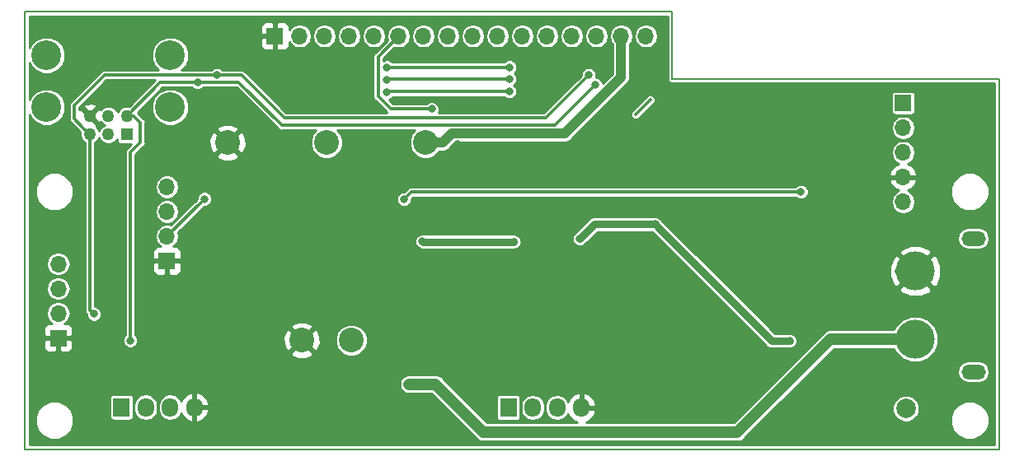
<source format=gbr>
%TF.GenerationSoftware,KiCad,Pcbnew,5.0.0*%
%TF.CreationDate,2018-10-30T11:26:16+01:00*%
%TF.ProjectId,TranspOtterNG,5472616E73704F747465724E472E6B69,rev?*%
%TF.SameCoordinates,Original*%
%TF.FileFunction,Copper,L2,Bot,Signal*%
%TF.FilePolarity,Positive*%
%FSLAX46Y46*%
G04 Gerber Fmt 4.6, Leading zero omitted, Abs format (unit mm)*
G04 Created by KiCad (PCBNEW 5.0.0) date Tue Oct 30 11:26:16 2018*
%MOMM*%
%LPD*%
G01*
G04 APERTURE LIST*
%ADD10C,0.150000*%
%ADD11C,4.000000*%
%ADD12O,2.500000X1.500000*%
%ADD13R,1.700000X1.950000*%
%ADD14O,1.700000X1.950000*%
%ADD15R,1.700000X1.700000*%
%ADD16O,1.700000X1.700000*%
%ADD17C,2.000000*%
%ADD18C,2.540000*%
%ADD19R,1.270000X1.270000*%
%ADD20C,1.270000*%
%ADD21C,3.048000*%
%ADD22C,0.800000*%
%ADD23C,0.800000*%
%ADD24C,0.300000*%
%ADD25C,1.000000*%
%ADD26C,1.200000*%
%ADD27C,0.254000*%
G04 APERTURE END LIST*
D10*
X166449500Y-40009000D02*
X166449500Y-46909000D01*
X100000000Y-40000000D02*
X166449500Y-40009000D01*
X100000000Y-85000000D02*
X100000000Y-40000000D01*
X200000000Y-85000000D02*
X100000000Y-85000000D01*
X200000000Y-46900000D02*
X200000000Y-85000000D01*
X166449500Y-46909000D02*
X200000000Y-46900000D01*
D11*
X191409500Y-73669000D03*
X191409500Y-66669000D03*
D12*
X197409500Y-77019000D03*
X197409500Y-63319000D03*
D13*
X109899700Y-80671400D03*
D14*
X112399700Y-80671400D03*
X114899700Y-80671400D03*
X117399700Y-80671400D03*
X157127500Y-80711600D03*
X154627500Y-80711600D03*
X152127500Y-80711600D03*
D13*
X149627500Y-80711600D03*
D15*
X190169500Y-49389000D03*
D16*
X190169500Y-51929000D03*
X190169500Y-54469000D03*
X190169500Y-57009000D03*
X190169500Y-59549000D03*
D17*
X190449500Y-80809000D03*
D18*
X128409500Y-73769000D03*
X133489500Y-73769000D03*
X141109500Y-53449000D03*
X130949500Y-53449000D03*
X120789500Y-53449000D03*
D15*
X125649500Y-42509000D03*
D16*
X128189500Y-42509000D03*
X130729500Y-42509000D03*
X133269500Y-42509000D03*
X135809500Y-42509000D03*
X138349500Y-42509000D03*
X140889500Y-42509000D03*
X143429500Y-42509000D03*
X145969500Y-42509000D03*
X148509500Y-42509000D03*
X151049500Y-42509000D03*
X153589500Y-42509000D03*
X156129500Y-42509000D03*
X158669500Y-42509000D03*
X161209500Y-42509000D03*
X163749500Y-42509000D03*
D19*
X110454500Y-52597000D03*
D20*
X110454500Y-50692000D03*
X108549500Y-52597000D03*
X108549500Y-50692000D03*
X106644500Y-52597000D03*
X106644500Y-50692000D03*
D21*
X114899500Y-49803000D03*
X102199500Y-44469000D03*
X114899500Y-44469000D03*
X102199500Y-49803000D03*
D15*
X103410500Y-73568500D03*
D16*
X103410500Y-71028500D03*
X103410500Y-68488500D03*
X103410500Y-65948500D03*
D15*
X114559500Y-65629000D03*
D16*
X114559500Y-63089000D03*
X114559500Y-60549000D03*
X114559500Y-58009000D03*
D22*
X188349500Y-80809000D03*
X188749500Y-79409000D03*
X189949500Y-78709000D03*
X191349500Y-78909000D03*
X192349500Y-79809000D03*
X192549500Y-81109000D03*
X191949500Y-82309000D03*
X190749500Y-82909000D03*
X189549500Y-82709000D03*
X186849500Y-80309000D03*
X185349500Y-80209000D03*
X183849500Y-80409000D03*
X187949500Y-82909000D03*
X186449500Y-83209000D03*
X184949500Y-83209000D03*
X183549500Y-82909000D03*
X182149500Y-83409000D03*
X182549500Y-80709000D03*
X178449500Y-80809000D03*
X178249500Y-82209000D03*
X178949500Y-83409000D03*
X180649500Y-83609000D03*
X148879500Y-44749000D03*
X184599500Y-66769000D03*
X179989500Y-65969000D03*
X109269500Y-48509000D03*
X108379500Y-56029000D03*
X112269500Y-55539000D03*
X108509500Y-64739000D03*
X105729500Y-77859000D03*
X125789500Y-80869000D03*
X137789500Y-80179000D03*
X159689500Y-76979000D03*
X156039500Y-67109000D03*
X145529500Y-68599000D03*
X145529500Y-72389000D03*
X145359500Y-62199000D03*
X136869500Y-62289000D03*
X138809500Y-72939000D03*
X164679500Y-64399000D03*
X173549500Y-68119000D03*
X170329500Y-69619000D03*
X169109500Y-77289000D03*
X168999500Y-74639000D03*
X164429500Y-81589000D03*
X186249500Y-54109000D03*
X191849500Y-49109000D03*
X144384943Y-53627022D03*
X122949500Y-50109000D03*
X125249500Y-47909000D03*
X130449500Y-49009000D03*
X135549500Y-52809000D03*
X135249500Y-49809000D03*
X153149500Y-46909000D03*
X158749500Y-45409000D03*
X156949500Y-53909000D03*
X139649500Y-56709000D03*
X142449500Y-56509000D03*
X142849500Y-59909000D03*
X171049500Y-61809000D03*
X179749500Y-60909000D03*
X185649500Y-62709000D03*
X188849500Y-64709000D03*
X179549500Y-50909000D03*
X195949500Y-53809000D03*
X145449500Y-77609000D03*
X144549500Y-83509000D03*
X122149500Y-82509000D03*
X107149500Y-43709000D03*
X165549500Y-56609000D03*
X164049500Y-51309000D03*
X170349500Y-49509000D03*
X167549500Y-67509000D03*
X149649500Y-59509000D03*
X161349500Y-59709000D03*
X162249500Y-57509000D03*
X153349500Y-75309000D03*
X116549500Y-73909000D03*
X109949500Y-78809000D03*
X178499498Y-73834000D03*
X150189501Y-63648999D03*
X164689500Y-61849000D03*
X140799500Y-63629000D03*
X156959500Y-63339000D03*
X107049500Y-71079000D03*
X119689500Y-46508999D03*
X157849500Y-46509000D03*
X110799500Y-73809000D03*
X117709500Y-47259000D03*
X158549500Y-47509000D03*
X139449500Y-78309000D03*
X141749500Y-50009000D03*
X149749500Y-45709000D03*
X137149500Y-45709000D03*
X149749500Y-46909000D03*
X137149500Y-47009000D03*
X149749500Y-48209000D03*
X137149500Y-48309000D03*
X179668500Y-58540000D03*
X118409500Y-59239000D03*
X138889500Y-59299000D03*
D23*
X190949500Y-66609000D02*
X191409500Y-67069000D01*
X189649500Y-66609000D02*
X190949500Y-66609000D01*
X150159502Y-63619000D02*
X150189501Y-63648999D01*
X178499498Y-73834000D02*
X176674500Y-73834000D01*
X165089499Y-62248999D02*
X164689500Y-61849000D01*
X176674500Y-73834000D02*
X165089499Y-62248999D01*
X150189501Y-63648999D02*
X140819499Y-63648999D01*
X140819499Y-63648999D02*
X140799500Y-63629000D01*
X164689500Y-61849000D02*
X158449500Y-61849000D01*
X158449500Y-61849000D02*
X156959500Y-63339000D01*
D24*
X106644500Y-52597000D02*
X106644500Y-70674000D01*
X106649501Y-70679001D02*
X107049500Y-71079000D01*
X106644500Y-70674000D02*
X106649501Y-70679001D01*
X105059500Y-49609000D02*
X105059500Y-51012000D01*
X105059500Y-51012000D02*
X106009501Y-51962001D01*
X106009501Y-51962001D02*
X106644500Y-52597000D01*
X108159501Y-46508999D02*
X105059500Y-49609000D01*
X119689500Y-46508999D02*
X108159501Y-46508999D01*
X122199499Y-46508999D02*
X119689500Y-46508999D01*
X126599500Y-50909000D02*
X122199499Y-46508999D01*
X157849500Y-46509000D02*
X153449500Y-50909000D01*
X153449500Y-50909000D02*
X126599500Y-50909000D01*
X111132500Y-50692000D02*
X110454500Y-50692000D01*
X111824500Y-53459000D02*
X111824500Y-51384000D01*
X111824500Y-51384000D02*
X111132500Y-50692000D01*
X110799500Y-73809000D02*
X110799500Y-54484000D01*
X110799500Y-54484000D02*
X111824500Y-53459000D01*
X126337501Y-51677001D02*
X121919500Y-47259000D01*
X113887500Y-47259000D02*
X110454500Y-50692000D01*
X117709500Y-47259000D02*
X113887500Y-47259000D01*
X121919500Y-47259000D02*
X117709500Y-47259000D01*
X158549500Y-47509000D02*
X154381499Y-51677001D01*
X154381499Y-51677001D02*
X126337501Y-51677001D01*
D25*
X161209500Y-46749000D02*
X161209500Y-43711081D01*
X143827539Y-52527012D02*
X155431488Y-52527012D01*
X161209500Y-43711081D02*
X161209500Y-42509000D01*
X141109500Y-53449000D02*
X142905551Y-53449000D01*
X142905551Y-53449000D02*
X143827539Y-52527012D01*
X155431488Y-52527012D02*
X161209500Y-46749000D01*
D24*
X162720000Y-50564500D02*
X164220000Y-49064500D01*
D26*
X182689500Y-73669000D02*
X191409500Y-73669000D01*
X173149500Y-83209000D02*
X182689500Y-73669000D01*
X147049500Y-83209000D02*
X173149500Y-83209000D01*
X139449500Y-78309000D02*
X142149500Y-78309000D01*
X142149500Y-78309000D02*
X147049500Y-83209000D01*
D24*
X137549500Y-50009000D02*
X141749500Y-50009000D01*
X136249500Y-48709000D02*
X137549500Y-50009000D01*
X138349500Y-42509000D02*
X136249500Y-44609000D01*
X136249500Y-44609000D02*
X136249500Y-48709000D01*
X149649500Y-45709000D02*
X137149500Y-45709000D01*
X149649500Y-46909000D02*
X137249500Y-46909000D01*
X137249500Y-46909000D02*
X137149500Y-47009000D01*
X149649500Y-48209000D02*
X137249500Y-48209000D01*
X137249500Y-48209000D02*
X137149500Y-48309000D01*
X118409500Y-59239000D02*
X114559500Y-63089000D01*
X139648500Y-58540000D02*
X179668500Y-58540000D01*
X138889500Y-59299000D02*
X139648500Y-58540000D01*
D27*
G36*
X165993500Y-40464938D02*
X165993501Y-46864152D01*
X165984568Y-46909124D01*
X166002491Y-46999103D01*
X166019959Y-47086922D01*
X166019993Y-47086973D01*
X166020006Y-47087037D01*
X166070966Y-47163259D01*
X166120744Y-47237757D01*
X166120797Y-47237792D01*
X166120832Y-47237845D01*
X166195445Y-47287670D01*
X166271579Y-47338542D01*
X166271643Y-47338555D01*
X166271694Y-47338589D01*
X166359280Y-47355987D01*
X166449500Y-47373933D01*
X166494470Y-47364988D01*
X199544000Y-47356121D01*
X199544001Y-84544000D01*
X100456000Y-84544000D01*
X100456000Y-81605955D01*
X101019000Y-81605955D01*
X101019000Y-82394045D01*
X101320589Y-83122146D01*
X101877854Y-83679411D01*
X102605955Y-83981000D01*
X103394045Y-83981000D01*
X104122146Y-83679411D01*
X104679411Y-83122146D01*
X104981000Y-82394045D01*
X104981000Y-81605955D01*
X104679411Y-80877854D01*
X104122146Y-80320589D01*
X103394045Y-80019000D01*
X102605955Y-80019000D01*
X101877854Y-80320589D01*
X101320589Y-80877854D01*
X101019000Y-81605955D01*
X100456000Y-81605955D01*
X100456000Y-79696400D01*
X108661236Y-79696400D01*
X108661236Y-81646400D01*
X108690806Y-81795059D01*
X108775014Y-81921086D01*
X108901041Y-82005294D01*
X109049700Y-82034864D01*
X110749700Y-82034864D01*
X110898359Y-82005294D01*
X111024386Y-81921086D01*
X111108594Y-81795059D01*
X111138164Y-81646400D01*
X111138164Y-80425162D01*
X111168700Y-80425162D01*
X111168700Y-80917639D01*
X111240124Y-81276712D01*
X111512200Y-81683901D01*
X111919389Y-81955976D01*
X112399700Y-82051516D01*
X112880012Y-81955976D01*
X113287201Y-81683901D01*
X113559276Y-81276711D01*
X113630700Y-80917638D01*
X113630700Y-80425162D01*
X113668700Y-80425162D01*
X113668700Y-80917639D01*
X113740124Y-81276712D01*
X114012200Y-81683901D01*
X114419389Y-81955976D01*
X114899700Y-82051516D01*
X115380012Y-81955976D01*
X115787201Y-81683901D01*
X116036921Y-81310168D01*
X116134647Y-81573971D01*
X116528507Y-81998897D01*
X117042810Y-82237876D01*
X117272700Y-82116555D01*
X117272700Y-80798400D01*
X117526700Y-80798400D01*
X117526700Y-82116555D01*
X117756590Y-82237876D01*
X118270893Y-81998897D01*
X118664753Y-81573971D01*
X118866020Y-81030667D01*
X118725865Y-80798400D01*
X117526700Y-80798400D01*
X117272700Y-80798400D01*
X117252700Y-80798400D01*
X117252700Y-80544400D01*
X117272700Y-80544400D01*
X117272700Y-79226245D01*
X117526700Y-79226245D01*
X117526700Y-80544400D01*
X118725865Y-80544400D01*
X118866020Y-80312133D01*
X118664753Y-79768829D01*
X118270893Y-79343903D01*
X117756590Y-79104924D01*
X117526700Y-79226245D01*
X117272700Y-79226245D01*
X117042810Y-79104924D01*
X116528507Y-79343903D01*
X116134647Y-79768829D01*
X116036921Y-80032632D01*
X115787201Y-79658899D01*
X115380011Y-79386824D01*
X114899700Y-79291284D01*
X114419388Y-79386824D01*
X114012199Y-79658899D01*
X113740124Y-80066089D01*
X113668700Y-80425162D01*
X113630700Y-80425162D01*
X113630700Y-80425161D01*
X113559276Y-80066088D01*
X113287201Y-79658899D01*
X112880011Y-79386824D01*
X112399700Y-79291284D01*
X111919388Y-79386824D01*
X111512199Y-79658899D01*
X111240124Y-80066089D01*
X111168700Y-80425162D01*
X111138164Y-80425162D01*
X111138164Y-79696400D01*
X111108594Y-79547741D01*
X111024386Y-79421714D01*
X110898359Y-79337506D01*
X110749700Y-79307936D01*
X109049700Y-79307936D01*
X108901041Y-79337506D01*
X108775014Y-79421714D01*
X108690806Y-79547741D01*
X108661236Y-79696400D01*
X100456000Y-79696400D01*
X100456000Y-78309000D01*
X138449282Y-78309000D01*
X138525419Y-78691767D01*
X138742239Y-79016261D01*
X139066733Y-79233081D01*
X139352884Y-79290000D01*
X141743158Y-79290000D01*
X146287511Y-83834355D01*
X146342239Y-83916261D01*
X146666733Y-84133081D01*
X146952884Y-84190000D01*
X146952889Y-84190000D01*
X147049499Y-84209217D01*
X147146109Y-84190000D01*
X173052885Y-84190000D01*
X173149500Y-84209218D01*
X173246115Y-84190000D01*
X173246116Y-84190000D01*
X173532267Y-84133081D01*
X173856761Y-83916261D01*
X173911493Y-83834350D01*
X177211541Y-80534302D01*
X189068500Y-80534302D01*
X189068500Y-81083698D01*
X189278745Y-81591273D01*
X189667227Y-81979755D01*
X190174802Y-82190000D01*
X190724198Y-82190000D01*
X191231773Y-81979755D01*
X191605573Y-81605955D01*
X195019000Y-81605955D01*
X195019000Y-82394045D01*
X195320589Y-83122146D01*
X195877854Y-83679411D01*
X196605955Y-83981000D01*
X197394045Y-83981000D01*
X198122146Y-83679411D01*
X198679411Y-83122146D01*
X198981000Y-82394045D01*
X198981000Y-81605955D01*
X198679411Y-80877854D01*
X198122146Y-80320589D01*
X197394045Y-80019000D01*
X196605955Y-80019000D01*
X195877854Y-80320589D01*
X195320589Y-80877854D01*
X195019000Y-81605955D01*
X191605573Y-81605955D01*
X191620255Y-81591273D01*
X191830500Y-81083698D01*
X191830500Y-80534302D01*
X191620255Y-80026727D01*
X191231773Y-79638245D01*
X190724198Y-79428000D01*
X190174802Y-79428000D01*
X189667227Y-79638245D01*
X189278745Y-80026727D01*
X189068500Y-80534302D01*
X177211541Y-80534302D01*
X180726843Y-77019000D01*
X195756343Y-77019000D01*
X195844122Y-77460294D01*
X196094095Y-77834405D01*
X196468206Y-78084378D01*
X196798109Y-78150000D01*
X198020891Y-78150000D01*
X198350794Y-78084378D01*
X198724905Y-77834405D01*
X198974878Y-77460294D01*
X199062657Y-77019000D01*
X198974878Y-76577706D01*
X198724905Y-76203595D01*
X198350794Y-75953622D01*
X198020891Y-75888000D01*
X196798109Y-75888000D01*
X196468206Y-75953622D01*
X196094095Y-76203595D01*
X195844122Y-76577706D01*
X195756343Y-77019000D01*
X180726843Y-77019000D01*
X183095844Y-74650000D01*
X189238667Y-74650000D01*
X189390985Y-75017728D01*
X190060772Y-75687515D01*
X190935890Y-76050000D01*
X191883110Y-76050000D01*
X192758228Y-75687515D01*
X193428015Y-75017728D01*
X193790500Y-74142610D01*
X193790500Y-73195390D01*
X193428015Y-72320272D01*
X192758228Y-71650485D01*
X191883110Y-71288000D01*
X190935890Y-71288000D01*
X190060772Y-71650485D01*
X189390985Y-72320272D01*
X189238667Y-72688000D01*
X182786109Y-72688000D01*
X182689499Y-72668783D01*
X182592889Y-72688000D01*
X182592884Y-72688000D01*
X182306733Y-72744919D01*
X181982239Y-72961739D01*
X181927511Y-73043645D01*
X172743158Y-82228000D01*
X157592158Y-82228000D01*
X157998693Y-82039097D01*
X158392553Y-81614171D01*
X158593820Y-81070867D01*
X158453665Y-80838600D01*
X157254500Y-80838600D01*
X157254500Y-80858600D01*
X157000500Y-80858600D01*
X157000500Y-80838600D01*
X156980500Y-80838600D01*
X156980500Y-80584600D01*
X157000500Y-80584600D01*
X157000500Y-79266445D01*
X157254500Y-79266445D01*
X157254500Y-80584600D01*
X158453665Y-80584600D01*
X158593820Y-80352333D01*
X158392553Y-79809029D01*
X157998693Y-79384103D01*
X157484390Y-79145124D01*
X157254500Y-79266445D01*
X157000500Y-79266445D01*
X156770610Y-79145124D01*
X156256307Y-79384103D01*
X155862447Y-79809029D01*
X155764721Y-80072832D01*
X155515001Y-79699099D01*
X155107811Y-79427024D01*
X154627500Y-79331484D01*
X154147188Y-79427024D01*
X153739999Y-79699099D01*
X153467924Y-80106289D01*
X153396500Y-80465362D01*
X153396500Y-80957839D01*
X153467924Y-81316912D01*
X153740000Y-81724101D01*
X154147189Y-81996176D01*
X154627500Y-82091716D01*
X155107812Y-81996176D01*
X155515001Y-81724101D01*
X155764721Y-81350368D01*
X155862447Y-81614171D01*
X156256307Y-82039097D01*
X156662842Y-82228000D01*
X147455844Y-82228000D01*
X144964443Y-79736600D01*
X148389036Y-79736600D01*
X148389036Y-81686600D01*
X148418606Y-81835259D01*
X148502814Y-81961286D01*
X148628841Y-82045494D01*
X148777500Y-82075064D01*
X150477500Y-82075064D01*
X150626159Y-82045494D01*
X150752186Y-81961286D01*
X150836394Y-81835259D01*
X150865964Y-81686600D01*
X150865964Y-80465362D01*
X150896500Y-80465362D01*
X150896500Y-80957839D01*
X150967924Y-81316912D01*
X151240000Y-81724101D01*
X151647189Y-81996176D01*
X152127500Y-82091716D01*
X152607812Y-81996176D01*
X153015001Y-81724101D01*
X153287076Y-81316911D01*
X153358500Y-80957838D01*
X153358500Y-80465361D01*
X153287076Y-80106288D01*
X153015001Y-79699099D01*
X152607811Y-79427024D01*
X152127500Y-79331484D01*
X151647188Y-79427024D01*
X151239999Y-79699099D01*
X150967924Y-80106289D01*
X150896500Y-80465362D01*
X150865964Y-80465362D01*
X150865964Y-79736600D01*
X150836394Y-79587941D01*
X150752186Y-79461914D01*
X150626159Y-79377706D01*
X150477500Y-79348136D01*
X148777500Y-79348136D01*
X148628841Y-79377706D01*
X148502814Y-79461914D01*
X148418606Y-79587941D01*
X148389036Y-79736600D01*
X144964443Y-79736600D01*
X142911492Y-77683650D01*
X142856761Y-77601739D01*
X142532267Y-77384919D01*
X142246116Y-77328000D01*
X142246115Y-77328000D01*
X142149500Y-77308782D01*
X142052885Y-77328000D01*
X139352884Y-77328000D01*
X139066733Y-77384919D01*
X138742239Y-77601739D01*
X138525419Y-77926233D01*
X138449282Y-78309000D01*
X100456000Y-78309000D01*
X100456000Y-75116777D01*
X127241328Y-75116777D01*
X127373020Y-75411657D01*
X128080536Y-75683261D01*
X128838132Y-75663436D01*
X129445980Y-75411657D01*
X129577672Y-75116777D01*
X128409500Y-73948605D01*
X127241328Y-75116777D01*
X100456000Y-75116777D01*
X100456000Y-73854250D01*
X101925500Y-73854250D01*
X101925500Y-74544810D01*
X102022173Y-74778199D01*
X102200802Y-74956827D01*
X102434191Y-75053500D01*
X103124750Y-75053500D01*
X103283500Y-74894750D01*
X103283500Y-73695500D01*
X103537500Y-73695500D01*
X103537500Y-74894750D01*
X103696250Y-75053500D01*
X104386809Y-75053500D01*
X104620198Y-74956827D01*
X104798827Y-74778199D01*
X104895500Y-74544810D01*
X104895500Y-73854250D01*
X104736750Y-73695500D01*
X103537500Y-73695500D01*
X103283500Y-73695500D01*
X102084250Y-73695500D01*
X101925500Y-73854250D01*
X100456000Y-73854250D01*
X100456000Y-72592190D01*
X101925500Y-72592190D01*
X101925500Y-73282750D01*
X102084250Y-73441500D01*
X103283500Y-73441500D01*
X103283500Y-73421500D01*
X103537500Y-73421500D01*
X103537500Y-73441500D01*
X104736750Y-73441500D01*
X104895500Y-73282750D01*
X104895500Y-72592190D01*
X104798827Y-72358801D01*
X104620198Y-72180173D01*
X104386809Y-72083500D01*
X104047321Y-72083500D01*
X104298001Y-71916001D01*
X104570076Y-71508812D01*
X104665616Y-71028500D01*
X104570076Y-70548188D01*
X104298001Y-70140999D01*
X103890812Y-69868924D01*
X103531739Y-69797500D01*
X103289261Y-69797500D01*
X102930188Y-69868924D01*
X102522999Y-70140999D01*
X102250924Y-70548188D01*
X102155384Y-71028500D01*
X102250924Y-71508812D01*
X102522999Y-71916001D01*
X102773679Y-72083500D01*
X102434191Y-72083500D01*
X102200802Y-72180173D01*
X102022173Y-72358801D01*
X101925500Y-72592190D01*
X100456000Y-72592190D01*
X100456000Y-68488500D01*
X102155384Y-68488500D01*
X102250924Y-68968812D01*
X102522999Y-69376001D01*
X102930188Y-69648076D01*
X103289261Y-69719500D01*
X103531739Y-69719500D01*
X103890812Y-69648076D01*
X104298001Y-69376001D01*
X104570076Y-68968812D01*
X104665616Y-68488500D01*
X104570076Y-68008188D01*
X104298001Y-67600999D01*
X103890812Y-67328924D01*
X103531739Y-67257500D01*
X103289261Y-67257500D01*
X102930188Y-67328924D01*
X102522999Y-67600999D01*
X102250924Y-68008188D01*
X102155384Y-68488500D01*
X100456000Y-68488500D01*
X100456000Y-65948500D01*
X102155384Y-65948500D01*
X102250924Y-66428812D01*
X102522999Y-66836001D01*
X102930188Y-67108076D01*
X103289261Y-67179500D01*
X103531739Y-67179500D01*
X103890812Y-67108076D01*
X104298001Y-66836001D01*
X104570076Y-66428812D01*
X104665616Y-65948500D01*
X104570076Y-65468188D01*
X104298001Y-65060999D01*
X103890812Y-64788924D01*
X103531739Y-64717500D01*
X103289261Y-64717500D01*
X102930188Y-64788924D01*
X102522999Y-65060999D01*
X102250924Y-65468188D01*
X102155384Y-65948500D01*
X100456000Y-65948500D01*
X100456000Y-58105955D01*
X101019000Y-58105955D01*
X101019000Y-58894045D01*
X101320589Y-59622146D01*
X101877854Y-60179411D01*
X102605955Y-60481000D01*
X103394045Y-60481000D01*
X104122146Y-60179411D01*
X104679411Y-59622146D01*
X104981000Y-58894045D01*
X104981000Y-58105955D01*
X104679411Y-57377854D01*
X104122146Y-56820589D01*
X103394045Y-56519000D01*
X102605955Y-56519000D01*
X101877854Y-56820589D01*
X101320589Y-57377854D01*
X101019000Y-58105955D01*
X100456000Y-58105955D01*
X100456000Y-50571824D01*
X100584519Y-50882096D01*
X101120404Y-51417981D01*
X101820572Y-51708000D01*
X102578428Y-51708000D01*
X103278596Y-51417981D01*
X103814481Y-50882096D01*
X104104500Y-50181928D01*
X104104500Y-49609000D01*
X104518099Y-49609000D01*
X104528500Y-49661291D01*
X104528501Y-50959705D01*
X104518099Y-51012000D01*
X104559310Y-51219185D01*
X104647049Y-51350496D01*
X104647051Y-51350498D01*
X104676672Y-51394829D01*
X104721003Y-51424450D01*
X105646940Y-52350387D01*
X105628500Y-52394905D01*
X105628500Y-52799095D01*
X105783176Y-53172518D01*
X106068982Y-53458324D01*
X106113500Y-53476764D01*
X106113501Y-70621705D01*
X106103099Y-70674000D01*
X106144310Y-70881185D01*
X106232049Y-71012496D01*
X106232051Y-71012498D01*
X106261672Y-71056829D01*
X106268500Y-71061391D01*
X106268500Y-71234351D01*
X106387400Y-71521401D01*
X106607099Y-71741100D01*
X106894149Y-71860000D01*
X107204851Y-71860000D01*
X107491901Y-71741100D01*
X107711600Y-71521401D01*
X107830500Y-71234351D01*
X107830500Y-70923649D01*
X107711600Y-70636599D01*
X107491901Y-70416900D01*
X107204851Y-70298000D01*
X107175500Y-70298000D01*
X107175500Y-53476764D01*
X107220018Y-53458324D01*
X107505824Y-53172518D01*
X107597000Y-52952398D01*
X107688176Y-53172518D01*
X107973982Y-53458324D01*
X108347405Y-53613000D01*
X108751595Y-53613000D01*
X109125018Y-53458324D01*
X109410824Y-53172518D01*
X109431036Y-53123722D01*
X109431036Y-53232000D01*
X109460606Y-53380659D01*
X109544814Y-53506686D01*
X109670841Y-53590894D01*
X109819500Y-53620464D01*
X110912089Y-53620464D01*
X110461003Y-54071550D01*
X110416672Y-54101171D01*
X110387051Y-54145502D01*
X110387049Y-54145504D01*
X110299310Y-54276815D01*
X110258099Y-54484000D01*
X110268501Y-54536295D01*
X110268500Y-73235499D01*
X110137400Y-73366599D01*
X110018500Y-73653649D01*
X110018500Y-73964351D01*
X110137400Y-74251401D01*
X110357099Y-74471100D01*
X110644149Y-74590000D01*
X110954851Y-74590000D01*
X111241901Y-74471100D01*
X111461600Y-74251401D01*
X111580500Y-73964351D01*
X111580500Y-73653649D01*
X111492019Y-73440036D01*
X126495239Y-73440036D01*
X126515064Y-74197632D01*
X126766843Y-74805480D01*
X127061723Y-74937172D01*
X128229895Y-73769000D01*
X128589105Y-73769000D01*
X129757277Y-74937172D01*
X130052157Y-74805480D01*
X130323761Y-74097964D01*
X130306559Y-73440596D01*
X131838500Y-73440596D01*
X131838500Y-74097404D01*
X132089850Y-74704216D01*
X132554284Y-75168650D01*
X133161096Y-75420000D01*
X133817904Y-75420000D01*
X134424716Y-75168650D01*
X134889150Y-74704216D01*
X135140500Y-74097404D01*
X135140500Y-73440596D01*
X134889150Y-72833784D01*
X134424716Y-72369350D01*
X133817904Y-72118000D01*
X133161096Y-72118000D01*
X132554284Y-72369350D01*
X132089850Y-72833784D01*
X131838500Y-73440596D01*
X130306559Y-73440596D01*
X130303936Y-73340368D01*
X130052157Y-72732520D01*
X129757277Y-72600828D01*
X128589105Y-73769000D01*
X128229895Y-73769000D01*
X127061723Y-72600828D01*
X126766843Y-72732520D01*
X126495239Y-73440036D01*
X111492019Y-73440036D01*
X111461600Y-73366599D01*
X111330500Y-73235499D01*
X111330500Y-72421223D01*
X127241328Y-72421223D01*
X128409500Y-73589395D01*
X129577672Y-72421223D01*
X129445980Y-72126343D01*
X128738464Y-71854739D01*
X127980868Y-71874564D01*
X127373020Y-72126343D01*
X127241328Y-72421223D01*
X111330500Y-72421223D01*
X111330500Y-65914750D01*
X113074500Y-65914750D01*
X113074500Y-66605310D01*
X113171173Y-66838699D01*
X113349802Y-67017327D01*
X113583191Y-67114000D01*
X114273750Y-67114000D01*
X114432500Y-66955250D01*
X114432500Y-65756000D01*
X114686500Y-65756000D01*
X114686500Y-66955250D01*
X114845250Y-67114000D01*
X115535809Y-67114000D01*
X115769198Y-67017327D01*
X115947827Y-66838699D01*
X116044500Y-66605310D01*
X116044500Y-65914750D01*
X115885750Y-65756000D01*
X114686500Y-65756000D01*
X114432500Y-65756000D01*
X113233250Y-65756000D01*
X113074500Y-65914750D01*
X111330500Y-65914750D01*
X111330500Y-64652690D01*
X113074500Y-64652690D01*
X113074500Y-65343250D01*
X113233250Y-65502000D01*
X114432500Y-65502000D01*
X114432500Y-65482000D01*
X114686500Y-65482000D01*
X114686500Y-65502000D01*
X115885750Y-65502000D01*
X116044500Y-65343250D01*
X116044500Y-64652690D01*
X115947827Y-64419301D01*
X115769198Y-64240673D01*
X115535809Y-64144000D01*
X115196321Y-64144000D01*
X115447001Y-63976501D01*
X115679193Y-63629000D01*
X140003201Y-63629000D01*
X140018500Y-63705914D01*
X140018500Y-63784351D01*
X140048516Y-63856816D01*
X140063815Y-63933730D01*
X140107384Y-63998935D01*
X140137400Y-64071401D01*
X140212860Y-64146861D01*
X140256430Y-64212068D01*
X140321637Y-64255638D01*
X140357099Y-64291100D01*
X140403432Y-64310292D01*
X140514768Y-64384684D01*
X140742581Y-64429999D01*
X140742585Y-64429999D01*
X140819499Y-64445298D01*
X140896413Y-64429999D01*
X150112587Y-64429999D01*
X150189501Y-64445298D01*
X150266415Y-64429999D01*
X150344852Y-64429999D01*
X150417315Y-64399984D01*
X150494232Y-64384684D01*
X150559439Y-64341114D01*
X150631902Y-64311099D01*
X150687363Y-64255638D01*
X150752570Y-64212068D01*
X150796140Y-64146861D01*
X150851601Y-64091400D01*
X150881616Y-64018937D01*
X150925186Y-63953730D01*
X150940486Y-63876813D01*
X150970501Y-63804350D01*
X150970501Y-63725917D01*
X150985801Y-63648999D01*
X150970501Y-63572081D01*
X150970501Y-63493648D01*
X150940486Y-63421185D01*
X150925186Y-63344268D01*
X150921667Y-63339000D01*
X156163201Y-63339000D01*
X156178500Y-63415914D01*
X156178500Y-63494351D01*
X156208516Y-63566816D01*
X156223815Y-63643730D01*
X156267384Y-63708936D01*
X156297400Y-63781401D01*
X156352862Y-63836863D01*
X156396431Y-63902069D01*
X156461637Y-63945638D01*
X156517099Y-64001100D01*
X156589564Y-64031116D01*
X156654770Y-64074685D01*
X156731684Y-64089984D01*
X156804149Y-64120000D01*
X156882586Y-64120000D01*
X156959500Y-64135299D01*
X157036414Y-64120000D01*
X157114851Y-64120000D01*
X157187316Y-64089984D01*
X157264230Y-64074685D01*
X157329435Y-64031116D01*
X157401901Y-64001100D01*
X157621600Y-63781401D01*
X157621601Y-63781399D01*
X158773001Y-62630000D01*
X164366000Y-62630000D01*
X176067859Y-74331859D01*
X176111431Y-74397069D01*
X176332541Y-74544810D01*
X176369769Y-74569685D01*
X176674500Y-74630300D01*
X176751418Y-74615000D01*
X178654849Y-74615000D01*
X178727312Y-74584985D01*
X178804229Y-74569685D01*
X178869436Y-74526115D01*
X178941899Y-74496100D01*
X178997360Y-74440639D01*
X179062567Y-74397069D01*
X179106137Y-74331862D01*
X179161598Y-74276401D01*
X179191613Y-74203938D01*
X179235183Y-74138731D01*
X179250483Y-74061814D01*
X179280498Y-73989351D01*
X179280498Y-73910918D01*
X179295798Y-73834000D01*
X179280498Y-73757082D01*
X179280498Y-73678649D01*
X179250483Y-73606186D01*
X179235183Y-73529269D01*
X179191613Y-73464062D01*
X179161598Y-73391599D01*
X179106137Y-73336138D01*
X179062567Y-73270931D01*
X178997360Y-73227361D01*
X178941899Y-73171900D01*
X178869436Y-73141885D01*
X178804229Y-73098315D01*
X178727312Y-73083015D01*
X178654849Y-73053000D01*
X176998000Y-73053000D01*
X172489022Y-68544022D01*
X189714084Y-68544022D01*
X189934853Y-68914743D01*
X190906512Y-69308119D01*
X191954747Y-69299713D01*
X192884147Y-68914743D01*
X193104916Y-68544022D01*
X191409500Y-66848605D01*
X189714084Y-68544022D01*
X172489022Y-68544022D01*
X170111012Y-66166012D01*
X188770381Y-66166012D01*
X188778787Y-67214247D01*
X189163757Y-68143647D01*
X189534478Y-68364416D01*
X191229895Y-66669000D01*
X191589105Y-66669000D01*
X193284522Y-68364416D01*
X193655243Y-68143647D01*
X194048619Y-67171988D01*
X194040213Y-66123753D01*
X193655243Y-65194353D01*
X193284522Y-64973584D01*
X191589105Y-66669000D01*
X191229895Y-66669000D01*
X189534478Y-64973584D01*
X189163757Y-65194353D01*
X188770381Y-66166012D01*
X170111012Y-66166012D01*
X168738978Y-64793978D01*
X189714084Y-64793978D01*
X191409500Y-66489395D01*
X193104916Y-64793978D01*
X192884147Y-64423257D01*
X191912488Y-64029881D01*
X190864253Y-64038287D01*
X189934853Y-64423257D01*
X189714084Y-64793978D01*
X168738978Y-64793978D01*
X167264000Y-63319000D01*
X195756343Y-63319000D01*
X195844122Y-63760294D01*
X196094095Y-64134405D01*
X196468206Y-64384378D01*
X196798109Y-64450000D01*
X198020891Y-64450000D01*
X198350794Y-64384378D01*
X198724905Y-64134405D01*
X198974878Y-63760294D01*
X199062657Y-63319000D01*
X198974878Y-62877706D01*
X198724905Y-62503595D01*
X198350794Y-62253622D01*
X198020891Y-62188000D01*
X196798109Y-62188000D01*
X196468206Y-62253622D01*
X196094095Y-62503595D01*
X195844122Y-62877706D01*
X195756343Y-63319000D01*
X167264000Y-63319000D01*
X165351601Y-61406601D01*
X165351600Y-61406599D01*
X165296139Y-61351138D01*
X165252569Y-61285931D01*
X165187362Y-61242361D01*
X165131901Y-61186900D01*
X165059438Y-61156885D01*
X164994231Y-61113315D01*
X164917314Y-61098015D01*
X164844851Y-61068000D01*
X164766414Y-61068000D01*
X164689500Y-61052701D01*
X164612586Y-61068000D01*
X158526413Y-61068000D01*
X158449499Y-61052701D01*
X158372585Y-61068000D01*
X158372582Y-61068000D01*
X158144769Y-61113315D01*
X157886431Y-61285931D01*
X157842861Y-61351138D01*
X156517101Y-62676899D01*
X156517099Y-62676900D01*
X156297400Y-62896599D01*
X156267384Y-62969065D01*
X156223815Y-63034270D01*
X156208516Y-63111184D01*
X156178500Y-63183649D01*
X156178500Y-63262086D01*
X156163201Y-63339000D01*
X150921667Y-63339000D01*
X150881616Y-63279061D01*
X150851601Y-63206598D01*
X150796140Y-63151137D01*
X150752570Y-63085930D01*
X150687363Y-63042360D01*
X150631902Y-62986899D01*
X150598632Y-62973118D01*
X150464232Y-62883315D01*
X150159502Y-62822701D01*
X149931771Y-62867999D01*
X141003133Y-62867999D01*
X140954851Y-62848000D01*
X140876414Y-62848000D01*
X140799500Y-62832701D01*
X140722586Y-62848000D01*
X140644149Y-62848000D01*
X140571684Y-62878016D01*
X140494770Y-62893315D01*
X140429564Y-62936884D01*
X140357099Y-62966900D01*
X140301638Y-63022361D01*
X140236431Y-63065931D01*
X140192862Y-63131137D01*
X140137400Y-63186599D01*
X140107384Y-63259064D01*
X140063815Y-63324270D01*
X140048516Y-63401184D01*
X140018500Y-63473649D01*
X140018500Y-63552086D01*
X140003201Y-63629000D01*
X115679193Y-63629000D01*
X115719076Y-63569312D01*
X115814616Y-63089000D01*
X115730969Y-62668478D01*
X118379447Y-60020000D01*
X118564851Y-60020000D01*
X118851901Y-59901100D01*
X119071600Y-59681401D01*
X119190500Y-59394351D01*
X119190500Y-59143649D01*
X138108500Y-59143649D01*
X138108500Y-59454351D01*
X138227400Y-59741401D01*
X138447099Y-59961100D01*
X138734149Y-60080000D01*
X139044851Y-60080000D01*
X139331901Y-59961100D01*
X139551600Y-59741401D01*
X139670500Y-59454351D01*
X139670500Y-59268948D01*
X139868448Y-59071000D01*
X179094999Y-59071000D01*
X179226099Y-59202100D01*
X179513149Y-59321000D01*
X179823851Y-59321000D01*
X180110901Y-59202100D01*
X180330600Y-58982401D01*
X180449500Y-58695351D01*
X180449500Y-58384649D01*
X180330600Y-58097599D01*
X180110901Y-57877900D01*
X179823851Y-57759000D01*
X179513149Y-57759000D01*
X179226099Y-57877900D01*
X179094999Y-58009000D01*
X139700789Y-58009000D01*
X139648499Y-57998599D01*
X139596209Y-58009000D01*
X139596206Y-58009000D01*
X139441314Y-58039810D01*
X139354827Y-58097599D01*
X139265671Y-58157171D01*
X139236050Y-58201502D01*
X138919552Y-58518000D01*
X138734149Y-58518000D01*
X138447099Y-58636900D01*
X138227400Y-58856599D01*
X138108500Y-59143649D01*
X119190500Y-59143649D01*
X119190500Y-59083649D01*
X119071600Y-58796599D01*
X118851901Y-58576900D01*
X118564851Y-58458000D01*
X118254149Y-58458000D01*
X117967099Y-58576900D01*
X117747400Y-58796599D01*
X117628500Y-59083649D01*
X117628500Y-59269053D01*
X114980022Y-61917531D01*
X114680739Y-61858000D01*
X114438261Y-61858000D01*
X114079188Y-61929424D01*
X113671999Y-62201499D01*
X113399924Y-62608688D01*
X113304384Y-63089000D01*
X113399924Y-63569312D01*
X113671999Y-63976501D01*
X113922679Y-64144000D01*
X113583191Y-64144000D01*
X113349802Y-64240673D01*
X113171173Y-64419301D01*
X113074500Y-64652690D01*
X111330500Y-64652690D01*
X111330500Y-60549000D01*
X113304384Y-60549000D01*
X113399924Y-61029312D01*
X113671999Y-61436501D01*
X114079188Y-61708576D01*
X114438261Y-61780000D01*
X114680739Y-61780000D01*
X115039812Y-61708576D01*
X115447001Y-61436501D01*
X115719076Y-61029312D01*
X115814616Y-60549000D01*
X115719076Y-60068688D01*
X115447001Y-59661499D01*
X115039812Y-59389424D01*
X114680739Y-59318000D01*
X114438261Y-59318000D01*
X114079188Y-59389424D01*
X113671999Y-59661499D01*
X113399924Y-60068688D01*
X113304384Y-60549000D01*
X111330500Y-60549000D01*
X111330500Y-58009000D01*
X113304384Y-58009000D01*
X113399924Y-58489312D01*
X113671999Y-58896501D01*
X114079188Y-59168576D01*
X114438261Y-59240000D01*
X114680739Y-59240000D01*
X115039812Y-59168576D01*
X115447001Y-58896501D01*
X115719076Y-58489312D01*
X115814616Y-58009000D01*
X115719076Y-57528688D01*
X115610298Y-57365890D01*
X188728024Y-57365890D01*
X188897855Y-57775924D01*
X189288142Y-58204183D01*
X189686463Y-58391245D01*
X189281999Y-58661499D01*
X189009924Y-59068688D01*
X188914384Y-59549000D01*
X189009924Y-60029312D01*
X189281999Y-60436501D01*
X189689188Y-60708576D01*
X190048261Y-60780000D01*
X190290739Y-60780000D01*
X190649812Y-60708576D01*
X191057001Y-60436501D01*
X191329076Y-60029312D01*
X191424616Y-59549000D01*
X191329076Y-59068688D01*
X191057001Y-58661499D01*
X190652537Y-58391245D01*
X191050858Y-58204183D01*
X191140376Y-58105955D01*
X195019000Y-58105955D01*
X195019000Y-58894045D01*
X195320589Y-59622146D01*
X195877854Y-60179411D01*
X196605955Y-60481000D01*
X197394045Y-60481000D01*
X198122146Y-60179411D01*
X198679411Y-59622146D01*
X198981000Y-58894045D01*
X198981000Y-58105955D01*
X198679411Y-57377854D01*
X198122146Y-56820589D01*
X197394045Y-56519000D01*
X196605955Y-56519000D01*
X195877854Y-56820589D01*
X195320589Y-57377854D01*
X195019000Y-58105955D01*
X191140376Y-58105955D01*
X191441145Y-57775924D01*
X191610976Y-57365890D01*
X191489655Y-57136000D01*
X190296500Y-57136000D01*
X190296500Y-57156000D01*
X190042500Y-57156000D01*
X190042500Y-57136000D01*
X188849345Y-57136000D01*
X188728024Y-57365890D01*
X115610298Y-57365890D01*
X115447001Y-57121499D01*
X115039812Y-56849424D01*
X114680739Y-56778000D01*
X114438261Y-56778000D01*
X114079188Y-56849424D01*
X113671999Y-57121499D01*
X113399924Y-57528688D01*
X113304384Y-58009000D01*
X111330500Y-58009000D01*
X111330500Y-56652110D01*
X188728024Y-56652110D01*
X188849345Y-56882000D01*
X190042500Y-56882000D01*
X190042500Y-56862000D01*
X190296500Y-56862000D01*
X190296500Y-56882000D01*
X191489655Y-56882000D01*
X191610976Y-56652110D01*
X191441145Y-56242076D01*
X191050858Y-55813817D01*
X190652537Y-55626755D01*
X191057001Y-55356501D01*
X191329076Y-54949312D01*
X191424616Y-54469000D01*
X191329076Y-53988688D01*
X191057001Y-53581499D01*
X190649812Y-53309424D01*
X190290739Y-53238000D01*
X190048261Y-53238000D01*
X189689188Y-53309424D01*
X189281999Y-53581499D01*
X189009924Y-53988688D01*
X188914384Y-54469000D01*
X189009924Y-54949312D01*
X189281999Y-55356501D01*
X189686463Y-55626755D01*
X189288142Y-55813817D01*
X188897855Y-56242076D01*
X188728024Y-56652110D01*
X111330500Y-56652110D01*
X111330500Y-54796777D01*
X119621328Y-54796777D01*
X119753020Y-55091657D01*
X120460536Y-55363261D01*
X121218132Y-55343436D01*
X121825980Y-55091657D01*
X121957672Y-54796777D01*
X120789500Y-53628605D01*
X119621328Y-54796777D01*
X111330500Y-54796777D01*
X111330500Y-54703947D01*
X112162998Y-53871450D01*
X112207329Y-53841829D01*
X112240124Y-53792749D01*
X112324690Y-53666186D01*
X112365902Y-53459000D01*
X112355500Y-53406706D01*
X112355500Y-53120036D01*
X118875239Y-53120036D01*
X118895064Y-53877632D01*
X119146843Y-54485480D01*
X119441723Y-54617172D01*
X120609895Y-53449000D01*
X120969105Y-53449000D01*
X122137277Y-54617172D01*
X122432157Y-54485480D01*
X122703761Y-53777964D01*
X122683936Y-53020368D01*
X122432157Y-52412520D01*
X122137277Y-52280828D01*
X120969105Y-53449000D01*
X120609895Y-53449000D01*
X119441723Y-52280828D01*
X119146843Y-52412520D01*
X118875239Y-53120036D01*
X112355500Y-53120036D01*
X112355500Y-52101223D01*
X119621328Y-52101223D01*
X120789500Y-53269395D01*
X121957672Y-52101223D01*
X121825980Y-51806343D01*
X121118464Y-51534739D01*
X120360868Y-51554564D01*
X119753020Y-51806343D01*
X119621328Y-52101223D01*
X112355500Y-52101223D01*
X112355500Y-51436294D01*
X112365902Y-51384000D01*
X112324690Y-51176815D01*
X112324690Y-51176814D01*
X112249771Y-51064690D01*
X112236951Y-51045503D01*
X112236950Y-51045502D01*
X112207329Y-51001171D01*
X112162998Y-50971550D01*
X111544951Y-50353504D01*
X111544548Y-50352900D01*
X112473376Y-49424072D01*
X112994500Y-49424072D01*
X112994500Y-50181928D01*
X113284519Y-50882096D01*
X113820404Y-51417981D01*
X114520572Y-51708000D01*
X115278428Y-51708000D01*
X115978596Y-51417981D01*
X116514481Y-50882096D01*
X116804500Y-50181928D01*
X116804500Y-49424072D01*
X116514481Y-48723904D01*
X115978596Y-48188019D01*
X115278428Y-47898000D01*
X114520572Y-47898000D01*
X113820404Y-48188019D01*
X113284519Y-48723904D01*
X112994500Y-49424072D01*
X112473376Y-49424072D01*
X114107448Y-47790000D01*
X117135999Y-47790000D01*
X117267099Y-47921100D01*
X117554149Y-48040000D01*
X117864851Y-48040000D01*
X118151901Y-47921100D01*
X118283001Y-47790000D01*
X121699553Y-47790000D01*
X125925051Y-52015499D01*
X125954672Y-52059830D01*
X125999003Y-52089451D01*
X125999004Y-52089452D01*
X126130315Y-52177191D01*
X126337501Y-52218403D01*
X126389795Y-52208001D01*
X129855633Y-52208001D01*
X129549850Y-52513784D01*
X129298500Y-53120596D01*
X129298500Y-53777404D01*
X129549850Y-54384216D01*
X130014284Y-54848650D01*
X130621096Y-55100000D01*
X131277904Y-55100000D01*
X131884716Y-54848650D01*
X132349150Y-54384216D01*
X132600500Y-53777404D01*
X132600500Y-53120596D01*
X132349150Y-52513784D01*
X132043367Y-52208001D01*
X140015633Y-52208001D01*
X139709850Y-52513784D01*
X139458500Y-53120596D01*
X139458500Y-53777404D01*
X139709850Y-54384216D01*
X140174284Y-54848650D01*
X140781096Y-55100000D01*
X141437904Y-55100000D01*
X142044716Y-54848650D01*
X142509150Y-54384216D01*
X142531607Y-54330000D01*
X142818788Y-54330000D01*
X142905551Y-54347258D01*
X142992314Y-54330000D01*
X142992318Y-54330000D01*
X143249300Y-54278883D01*
X143540716Y-54084165D01*
X143589867Y-54010605D01*
X144192461Y-53408012D01*
X155344725Y-53408012D01*
X155431488Y-53425270D01*
X155518251Y-53408012D01*
X155518255Y-53408012D01*
X155775237Y-53356895D01*
X156066653Y-53162177D01*
X156115805Y-53088616D01*
X157275421Y-51929000D01*
X188914384Y-51929000D01*
X189009924Y-52409312D01*
X189281999Y-52816501D01*
X189689188Y-53088576D01*
X190048261Y-53160000D01*
X190290739Y-53160000D01*
X190649812Y-53088576D01*
X191057001Y-52816501D01*
X191329076Y-52409312D01*
X191424616Y-51929000D01*
X191329076Y-51448688D01*
X191057001Y-51041499D01*
X190649812Y-50769424D01*
X190290739Y-50698000D01*
X190048261Y-50698000D01*
X189689188Y-50769424D01*
X189281999Y-51041499D01*
X189009924Y-51448688D01*
X188914384Y-51929000D01*
X157275421Y-51929000D01*
X158639921Y-50564500D01*
X162178599Y-50564500D01*
X162219810Y-50771685D01*
X162337171Y-50947329D01*
X162512815Y-51064690D01*
X162720000Y-51105901D01*
X162927185Y-51064690D01*
X163058496Y-50976951D01*
X164632450Y-49402997D01*
X164720190Y-49271686D01*
X164761401Y-49064501D01*
X164720190Y-48857316D01*
X164602828Y-48681672D01*
X164427184Y-48564310D01*
X164299941Y-48539000D01*
X188931036Y-48539000D01*
X188931036Y-50239000D01*
X188960606Y-50387659D01*
X189044814Y-50513686D01*
X189170841Y-50597894D01*
X189319500Y-50627464D01*
X191019500Y-50627464D01*
X191168159Y-50597894D01*
X191294186Y-50513686D01*
X191378394Y-50387659D01*
X191407964Y-50239000D01*
X191407964Y-48539000D01*
X191378394Y-48390341D01*
X191294186Y-48264314D01*
X191168159Y-48180106D01*
X191019500Y-48150536D01*
X189319500Y-48150536D01*
X189170841Y-48180106D01*
X189044814Y-48264314D01*
X188960606Y-48390341D01*
X188931036Y-48539000D01*
X164299941Y-48539000D01*
X164219999Y-48523099D01*
X164012814Y-48564310D01*
X163881503Y-48652050D01*
X162307549Y-50226004D01*
X162219810Y-50357315D01*
X162178599Y-50564500D01*
X158639921Y-50564500D01*
X161771108Y-47433314D01*
X161844665Y-47384165D01*
X162039383Y-47092749D01*
X162090500Y-46835767D01*
X162090500Y-46835766D01*
X162107759Y-46749000D01*
X162090500Y-46662233D01*
X162090500Y-43400845D01*
X162097001Y-43396501D01*
X162369076Y-42989312D01*
X162464616Y-42509000D01*
X162494384Y-42509000D01*
X162589924Y-42989312D01*
X162861999Y-43396501D01*
X163269188Y-43668576D01*
X163628261Y-43740000D01*
X163870739Y-43740000D01*
X164229812Y-43668576D01*
X164637001Y-43396501D01*
X164909076Y-42989312D01*
X165004616Y-42509000D01*
X164909076Y-42028688D01*
X164637001Y-41621499D01*
X164229812Y-41349424D01*
X163870739Y-41278000D01*
X163628261Y-41278000D01*
X163269188Y-41349424D01*
X162861999Y-41621499D01*
X162589924Y-42028688D01*
X162494384Y-42509000D01*
X162464616Y-42509000D01*
X162369076Y-42028688D01*
X162097001Y-41621499D01*
X161689812Y-41349424D01*
X161330739Y-41278000D01*
X161088261Y-41278000D01*
X160729188Y-41349424D01*
X160321999Y-41621499D01*
X160049924Y-42028688D01*
X159954384Y-42509000D01*
X160049924Y-42989312D01*
X160321999Y-43396501D01*
X160328500Y-43400845D01*
X160328500Y-43797847D01*
X160328501Y-43797852D01*
X160328500Y-46384078D01*
X159330500Y-47382078D01*
X159330500Y-47353649D01*
X159211600Y-47066599D01*
X158991901Y-46846900D01*
X158704851Y-46728000D01*
X158604136Y-46728000D01*
X158630500Y-46664351D01*
X158630500Y-46353649D01*
X158511600Y-46066599D01*
X158291901Y-45846900D01*
X158004851Y-45728000D01*
X157694149Y-45728000D01*
X157407099Y-45846900D01*
X157187400Y-46066599D01*
X157068500Y-46353649D01*
X157068500Y-46539052D01*
X153229553Y-50378000D01*
X142442004Y-50378000D01*
X142530500Y-50164351D01*
X142530500Y-49853649D01*
X142411600Y-49566599D01*
X142191901Y-49346900D01*
X141904851Y-49228000D01*
X141594149Y-49228000D01*
X141307099Y-49346900D01*
X141175999Y-49478000D01*
X137769447Y-49478000D01*
X137359013Y-49067566D01*
X137591901Y-48971100D01*
X137811600Y-48751401D01*
X137816322Y-48740000D01*
X149175999Y-48740000D01*
X149307099Y-48871100D01*
X149594149Y-48990000D01*
X149904851Y-48990000D01*
X150191901Y-48871100D01*
X150411600Y-48651401D01*
X150530500Y-48364351D01*
X150530500Y-48053649D01*
X150411600Y-47766599D01*
X150204001Y-47559000D01*
X150411600Y-47351401D01*
X150530500Y-47064351D01*
X150530500Y-46753649D01*
X150411600Y-46466599D01*
X150254001Y-46309000D01*
X150411600Y-46151401D01*
X150530500Y-45864351D01*
X150530500Y-45553649D01*
X150411600Y-45266599D01*
X150191901Y-45046900D01*
X149904851Y-44928000D01*
X149594149Y-44928000D01*
X149307099Y-45046900D01*
X149175999Y-45178000D01*
X137723001Y-45178000D01*
X137591901Y-45046900D01*
X137304851Y-44928000D01*
X136994149Y-44928000D01*
X136780500Y-45016496D01*
X136780500Y-44828947D01*
X137928978Y-43680469D01*
X138228261Y-43740000D01*
X138470739Y-43740000D01*
X138829812Y-43668576D01*
X139237001Y-43396501D01*
X139509076Y-42989312D01*
X139604616Y-42509000D01*
X139634384Y-42509000D01*
X139729924Y-42989312D01*
X140001999Y-43396501D01*
X140409188Y-43668576D01*
X140768261Y-43740000D01*
X141010739Y-43740000D01*
X141369812Y-43668576D01*
X141777001Y-43396501D01*
X142049076Y-42989312D01*
X142144616Y-42509000D01*
X142174384Y-42509000D01*
X142269924Y-42989312D01*
X142541999Y-43396501D01*
X142949188Y-43668576D01*
X143308261Y-43740000D01*
X143550739Y-43740000D01*
X143909812Y-43668576D01*
X144317001Y-43396501D01*
X144589076Y-42989312D01*
X144684616Y-42509000D01*
X144714384Y-42509000D01*
X144809924Y-42989312D01*
X145081999Y-43396501D01*
X145489188Y-43668576D01*
X145848261Y-43740000D01*
X146090739Y-43740000D01*
X146449812Y-43668576D01*
X146857001Y-43396501D01*
X147129076Y-42989312D01*
X147224616Y-42509000D01*
X147254384Y-42509000D01*
X147349924Y-42989312D01*
X147621999Y-43396501D01*
X148029188Y-43668576D01*
X148388261Y-43740000D01*
X148630739Y-43740000D01*
X148989812Y-43668576D01*
X149397001Y-43396501D01*
X149669076Y-42989312D01*
X149764616Y-42509000D01*
X149794384Y-42509000D01*
X149889924Y-42989312D01*
X150161999Y-43396501D01*
X150569188Y-43668576D01*
X150928261Y-43740000D01*
X151170739Y-43740000D01*
X151529812Y-43668576D01*
X151937001Y-43396501D01*
X152209076Y-42989312D01*
X152304616Y-42509000D01*
X152334384Y-42509000D01*
X152429924Y-42989312D01*
X152701999Y-43396501D01*
X153109188Y-43668576D01*
X153468261Y-43740000D01*
X153710739Y-43740000D01*
X154069812Y-43668576D01*
X154477001Y-43396501D01*
X154749076Y-42989312D01*
X154844616Y-42509000D01*
X154874384Y-42509000D01*
X154969924Y-42989312D01*
X155241999Y-43396501D01*
X155649188Y-43668576D01*
X156008261Y-43740000D01*
X156250739Y-43740000D01*
X156609812Y-43668576D01*
X157017001Y-43396501D01*
X157289076Y-42989312D01*
X157384616Y-42509000D01*
X157414384Y-42509000D01*
X157509924Y-42989312D01*
X157781999Y-43396501D01*
X158189188Y-43668576D01*
X158548261Y-43740000D01*
X158790739Y-43740000D01*
X159149812Y-43668576D01*
X159557001Y-43396501D01*
X159829076Y-42989312D01*
X159924616Y-42509000D01*
X159829076Y-42028688D01*
X159557001Y-41621499D01*
X159149812Y-41349424D01*
X158790739Y-41278000D01*
X158548261Y-41278000D01*
X158189188Y-41349424D01*
X157781999Y-41621499D01*
X157509924Y-42028688D01*
X157414384Y-42509000D01*
X157384616Y-42509000D01*
X157289076Y-42028688D01*
X157017001Y-41621499D01*
X156609812Y-41349424D01*
X156250739Y-41278000D01*
X156008261Y-41278000D01*
X155649188Y-41349424D01*
X155241999Y-41621499D01*
X154969924Y-42028688D01*
X154874384Y-42509000D01*
X154844616Y-42509000D01*
X154749076Y-42028688D01*
X154477001Y-41621499D01*
X154069812Y-41349424D01*
X153710739Y-41278000D01*
X153468261Y-41278000D01*
X153109188Y-41349424D01*
X152701999Y-41621499D01*
X152429924Y-42028688D01*
X152334384Y-42509000D01*
X152304616Y-42509000D01*
X152209076Y-42028688D01*
X151937001Y-41621499D01*
X151529812Y-41349424D01*
X151170739Y-41278000D01*
X150928261Y-41278000D01*
X150569188Y-41349424D01*
X150161999Y-41621499D01*
X149889924Y-42028688D01*
X149794384Y-42509000D01*
X149764616Y-42509000D01*
X149669076Y-42028688D01*
X149397001Y-41621499D01*
X148989812Y-41349424D01*
X148630739Y-41278000D01*
X148388261Y-41278000D01*
X148029188Y-41349424D01*
X147621999Y-41621499D01*
X147349924Y-42028688D01*
X147254384Y-42509000D01*
X147224616Y-42509000D01*
X147129076Y-42028688D01*
X146857001Y-41621499D01*
X146449812Y-41349424D01*
X146090739Y-41278000D01*
X145848261Y-41278000D01*
X145489188Y-41349424D01*
X145081999Y-41621499D01*
X144809924Y-42028688D01*
X144714384Y-42509000D01*
X144684616Y-42509000D01*
X144589076Y-42028688D01*
X144317001Y-41621499D01*
X143909812Y-41349424D01*
X143550739Y-41278000D01*
X143308261Y-41278000D01*
X142949188Y-41349424D01*
X142541999Y-41621499D01*
X142269924Y-42028688D01*
X142174384Y-42509000D01*
X142144616Y-42509000D01*
X142049076Y-42028688D01*
X141777001Y-41621499D01*
X141369812Y-41349424D01*
X141010739Y-41278000D01*
X140768261Y-41278000D01*
X140409188Y-41349424D01*
X140001999Y-41621499D01*
X139729924Y-42028688D01*
X139634384Y-42509000D01*
X139604616Y-42509000D01*
X139509076Y-42028688D01*
X139237001Y-41621499D01*
X138829812Y-41349424D01*
X138470739Y-41278000D01*
X138228261Y-41278000D01*
X137869188Y-41349424D01*
X137461999Y-41621499D01*
X137189924Y-42028688D01*
X137094384Y-42509000D01*
X137178031Y-42929522D01*
X135911005Y-44196548D01*
X135866671Y-44226171D01*
X135749310Y-44401815D01*
X135718500Y-44556707D01*
X135718500Y-44556710D01*
X135708099Y-44609000D01*
X135718500Y-44661290D01*
X135718501Y-48656705D01*
X135708099Y-48709000D01*
X135749310Y-48916185D01*
X135837049Y-49047496D01*
X135837051Y-49047498D01*
X135866672Y-49091829D01*
X135911003Y-49121450D01*
X137137048Y-50347495D01*
X137157431Y-50378000D01*
X126819448Y-50378000D01*
X122611951Y-46170504D01*
X122582328Y-46126170D01*
X122406685Y-46008809D01*
X122251793Y-45977999D01*
X122251789Y-45977999D01*
X122199499Y-45967598D01*
X122147209Y-45977999D01*
X120263001Y-45977999D01*
X120131901Y-45846899D01*
X119844851Y-45727999D01*
X119534149Y-45727999D01*
X119247099Y-45846899D01*
X119115999Y-45977999D01*
X116084578Y-45977999D01*
X116514481Y-45548096D01*
X116804500Y-44847928D01*
X116804500Y-44090072D01*
X116514481Y-43389904D01*
X115978596Y-42854019D01*
X115835508Y-42794750D01*
X124164500Y-42794750D01*
X124164500Y-43485309D01*
X124261173Y-43718698D01*
X124439801Y-43897327D01*
X124673190Y-43994000D01*
X125363750Y-43994000D01*
X125522500Y-43835250D01*
X125522500Y-42636000D01*
X124323250Y-42636000D01*
X124164500Y-42794750D01*
X115835508Y-42794750D01*
X115278428Y-42564000D01*
X114520572Y-42564000D01*
X113820404Y-42854019D01*
X113284519Y-43389904D01*
X112994500Y-44090072D01*
X112994500Y-44847928D01*
X113284519Y-45548096D01*
X113714422Y-45977999D01*
X108211790Y-45977999D01*
X108159500Y-45967598D01*
X108107210Y-45977999D01*
X108107207Y-45977999D01*
X107952315Y-46008809D01*
X107776672Y-46126170D01*
X107747049Y-46170504D01*
X104721005Y-49196548D01*
X104676671Y-49226171D01*
X104559310Y-49401815D01*
X104528500Y-49556707D01*
X104528500Y-49556710D01*
X104518099Y-49609000D01*
X104104500Y-49609000D01*
X104104500Y-49424072D01*
X103814481Y-48723904D01*
X103278596Y-48188019D01*
X102578428Y-47898000D01*
X101820572Y-47898000D01*
X101120404Y-48188019D01*
X100584519Y-48723904D01*
X100456000Y-49034176D01*
X100456000Y-45237824D01*
X100584519Y-45548096D01*
X101120404Y-46083981D01*
X101820572Y-46374000D01*
X102578428Y-46374000D01*
X103278596Y-46083981D01*
X103814481Y-45548096D01*
X104104500Y-44847928D01*
X104104500Y-44090072D01*
X103814481Y-43389904D01*
X103278596Y-42854019D01*
X102578428Y-42564000D01*
X101820572Y-42564000D01*
X101120404Y-42854019D01*
X100584519Y-43389904D01*
X100456000Y-43700176D01*
X100456000Y-41532691D01*
X124164500Y-41532691D01*
X124164500Y-42223250D01*
X124323250Y-42382000D01*
X125522500Y-42382000D01*
X125522500Y-41182750D01*
X125776500Y-41182750D01*
X125776500Y-42382000D01*
X125796500Y-42382000D01*
X125796500Y-42636000D01*
X125776500Y-42636000D01*
X125776500Y-43835250D01*
X125935250Y-43994000D01*
X126625810Y-43994000D01*
X126859199Y-43897327D01*
X127037827Y-43718698D01*
X127134500Y-43485309D01*
X127134500Y-43145821D01*
X127301999Y-43396501D01*
X127709188Y-43668576D01*
X128068261Y-43740000D01*
X128310739Y-43740000D01*
X128669812Y-43668576D01*
X129077001Y-43396501D01*
X129349076Y-42989312D01*
X129444616Y-42509000D01*
X129474384Y-42509000D01*
X129569924Y-42989312D01*
X129841999Y-43396501D01*
X130249188Y-43668576D01*
X130608261Y-43740000D01*
X130850739Y-43740000D01*
X131209812Y-43668576D01*
X131617001Y-43396501D01*
X131889076Y-42989312D01*
X131984616Y-42509000D01*
X132014384Y-42509000D01*
X132109924Y-42989312D01*
X132381999Y-43396501D01*
X132789188Y-43668576D01*
X133148261Y-43740000D01*
X133390739Y-43740000D01*
X133749812Y-43668576D01*
X134157001Y-43396501D01*
X134429076Y-42989312D01*
X134524616Y-42509000D01*
X134554384Y-42509000D01*
X134649924Y-42989312D01*
X134921999Y-43396501D01*
X135329188Y-43668576D01*
X135688261Y-43740000D01*
X135930739Y-43740000D01*
X136289812Y-43668576D01*
X136697001Y-43396501D01*
X136969076Y-42989312D01*
X137064616Y-42509000D01*
X136969076Y-42028688D01*
X136697001Y-41621499D01*
X136289812Y-41349424D01*
X135930739Y-41278000D01*
X135688261Y-41278000D01*
X135329188Y-41349424D01*
X134921999Y-41621499D01*
X134649924Y-42028688D01*
X134554384Y-42509000D01*
X134524616Y-42509000D01*
X134429076Y-42028688D01*
X134157001Y-41621499D01*
X133749812Y-41349424D01*
X133390739Y-41278000D01*
X133148261Y-41278000D01*
X132789188Y-41349424D01*
X132381999Y-41621499D01*
X132109924Y-42028688D01*
X132014384Y-42509000D01*
X131984616Y-42509000D01*
X131889076Y-42028688D01*
X131617001Y-41621499D01*
X131209812Y-41349424D01*
X130850739Y-41278000D01*
X130608261Y-41278000D01*
X130249188Y-41349424D01*
X129841999Y-41621499D01*
X129569924Y-42028688D01*
X129474384Y-42509000D01*
X129444616Y-42509000D01*
X129349076Y-42028688D01*
X129077001Y-41621499D01*
X128669812Y-41349424D01*
X128310739Y-41278000D01*
X128068261Y-41278000D01*
X127709188Y-41349424D01*
X127301999Y-41621499D01*
X127134500Y-41872179D01*
X127134500Y-41532691D01*
X127037827Y-41299302D01*
X126859199Y-41120673D01*
X126625810Y-41024000D01*
X125935250Y-41024000D01*
X125776500Y-41182750D01*
X125522500Y-41182750D01*
X125363750Y-41024000D01*
X124673190Y-41024000D01*
X124439801Y-41120673D01*
X124261173Y-41299302D01*
X124164500Y-41532691D01*
X100456000Y-41532691D01*
X100456000Y-40456061D01*
X165993500Y-40464938D01*
X165993500Y-40464938D01*
G37*
X165993500Y-40464938D02*
X165993501Y-46864152D01*
X165984568Y-46909124D01*
X166002491Y-46999103D01*
X166019959Y-47086922D01*
X166019993Y-47086973D01*
X166020006Y-47087037D01*
X166070966Y-47163259D01*
X166120744Y-47237757D01*
X166120797Y-47237792D01*
X166120832Y-47237845D01*
X166195445Y-47287670D01*
X166271579Y-47338542D01*
X166271643Y-47338555D01*
X166271694Y-47338589D01*
X166359280Y-47355987D01*
X166449500Y-47373933D01*
X166494470Y-47364988D01*
X199544000Y-47356121D01*
X199544001Y-84544000D01*
X100456000Y-84544000D01*
X100456000Y-81605955D01*
X101019000Y-81605955D01*
X101019000Y-82394045D01*
X101320589Y-83122146D01*
X101877854Y-83679411D01*
X102605955Y-83981000D01*
X103394045Y-83981000D01*
X104122146Y-83679411D01*
X104679411Y-83122146D01*
X104981000Y-82394045D01*
X104981000Y-81605955D01*
X104679411Y-80877854D01*
X104122146Y-80320589D01*
X103394045Y-80019000D01*
X102605955Y-80019000D01*
X101877854Y-80320589D01*
X101320589Y-80877854D01*
X101019000Y-81605955D01*
X100456000Y-81605955D01*
X100456000Y-79696400D01*
X108661236Y-79696400D01*
X108661236Y-81646400D01*
X108690806Y-81795059D01*
X108775014Y-81921086D01*
X108901041Y-82005294D01*
X109049700Y-82034864D01*
X110749700Y-82034864D01*
X110898359Y-82005294D01*
X111024386Y-81921086D01*
X111108594Y-81795059D01*
X111138164Y-81646400D01*
X111138164Y-80425162D01*
X111168700Y-80425162D01*
X111168700Y-80917639D01*
X111240124Y-81276712D01*
X111512200Y-81683901D01*
X111919389Y-81955976D01*
X112399700Y-82051516D01*
X112880012Y-81955976D01*
X113287201Y-81683901D01*
X113559276Y-81276711D01*
X113630700Y-80917638D01*
X113630700Y-80425162D01*
X113668700Y-80425162D01*
X113668700Y-80917639D01*
X113740124Y-81276712D01*
X114012200Y-81683901D01*
X114419389Y-81955976D01*
X114899700Y-82051516D01*
X115380012Y-81955976D01*
X115787201Y-81683901D01*
X116036921Y-81310168D01*
X116134647Y-81573971D01*
X116528507Y-81998897D01*
X117042810Y-82237876D01*
X117272700Y-82116555D01*
X117272700Y-80798400D01*
X117526700Y-80798400D01*
X117526700Y-82116555D01*
X117756590Y-82237876D01*
X118270893Y-81998897D01*
X118664753Y-81573971D01*
X118866020Y-81030667D01*
X118725865Y-80798400D01*
X117526700Y-80798400D01*
X117272700Y-80798400D01*
X117252700Y-80798400D01*
X117252700Y-80544400D01*
X117272700Y-80544400D01*
X117272700Y-79226245D01*
X117526700Y-79226245D01*
X117526700Y-80544400D01*
X118725865Y-80544400D01*
X118866020Y-80312133D01*
X118664753Y-79768829D01*
X118270893Y-79343903D01*
X117756590Y-79104924D01*
X117526700Y-79226245D01*
X117272700Y-79226245D01*
X117042810Y-79104924D01*
X116528507Y-79343903D01*
X116134647Y-79768829D01*
X116036921Y-80032632D01*
X115787201Y-79658899D01*
X115380011Y-79386824D01*
X114899700Y-79291284D01*
X114419388Y-79386824D01*
X114012199Y-79658899D01*
X113740124Y-80066089D01*
X113668700Y-80425162D01*
X113630700Y-80425162D01*
X113630700Y-80425161D01*
X113559276Y-80066088D01*
X113287201Y-79658899D01*
X112880011Y-79386824D01*
X112399700Y-79291284D01*
X111919388Y-79386824D01*
X111512199Y-79658899D01*
X111240124Y-80066089D01*
X111168700Y-80425162D01*
X111138164Y-80425162D01*
X111138164Y-79696400D01*
X111108594Y-79547741D01*
X111024386Y-79421714D01*
X110898359Y-79337506D01*
X110749700Y-79307936D01*
X109049700Y-79307936D01*
X108901041Y-79337506D01*
X108775014Y-79421714D01*
X108690806Y-79547741D01*
X108661236Y-79696400D01*
X100456000Y-79696400D01*
X100456000Y-78309000D01*
X138449282Y-78309000D01*
X138525419Y-78691767D01*
X138742239Y-79016261D01*
X139066733Y-79233081D01*
X139352884Y-79290000D01*
X141743158Y-79290000D01*
X146287511Y-83834355D01*
X146342239Y-83916261D01*
X146666733Y-84133081D01*
X146952884Y-84190000D01*
X146952889Y-84190000D01*
X147049499Y-84209217D01*
X147146109Y-84190000D01*
X173052885Y-84190000D01*
X173149500Y-84209218D01*
X173246115Y-84190000D01*
X173246116Y-84190000D01*
X173532267Y-84133081D01*
X173856761Y-83916261D01*
X173911493Y-83834350D01*
X177211541Y-80534302D01*
X189068500Y-80534302D01*
X189068500Y-81083698D01*
X189278745Y-81591273D01*
X189667227Y-81979755D01*
X190174802Y-82190000D01*
X190724198Y-82190000D01*
X191231773Y-81979755D01*
X191605573Y-81605955D01*
X195019000Y-81605955D01*
X195019000Y-82394045D01*
X195320589Y-83122146D01*
X195877854Y-83679411D01*
X196605955Y-83981000D01*
X197394045Y-83981000D01*
X198122146Y-83679411D01*
X198679411Y-83122146D01*
X198981000Y-82394045D01*
X198981000Y-81605955D01*
X198679411Y-80877854D01*
X198122146Y-80320589D01*
X197394045Y-80019000D01*
X196605955Y-80019000D01*
X195877854Y-80320589D01*
X195320589Y-80877854D01*
X195019000Y-81605955D01*
X191605573Y-81605955D01*
X191620255Y-81591273D01*
X191830500Y-81083698D01*
X191830500Y-80534302D01*
X191620255Y-80026727D01*
X191231773Y-79638245D01*
X190724198Y-79428000D01*
X190174802Y-79428000D01*
X189667227Y-79638245D01*
X189278745Y-80026727D01*
X189068500Y-80534302D01*
X177211541Y-80534302D01*
X180726843Y-77019000D01*
X195756343Y-77019000D01*
X195844122Y-77460294D01*
X196094095Y-77834405D01*
X196468206Y-78084378D01*
X196798109Y-78150000D01*
X198020891Y-78150000D01*
X198350794Y-78084378D01*
X198724905Y-77834405D01*
X198974878Y-77460294D01*
X199062657Y-77019000D01*
X198974878Y-76577706D01*
X198724905Y-76203595D01*
X198350794Y-75953622D01*
X198020891Y-75888000D01*
X196798109Y-75888000D01*
X196468206Y-75953622D01*
X196094095Y-76203595D01*
X195844122Y-76577706D01*
X195756343Y-77019000D01*
X180726843Y-77019000D01*
X183095844Y-74650000D01*
X189238667Y-74650000D01*
X189390985Y-75017728D01*
X190060772Y-75687515D01*
X190935890Y-76050000D01*
X191883110Y-76050000D01*
X192758228Y-75687515D01*
X193428015Y-75017728D01*
X193790500Y-74142610D01*
X193790500Y-73195390D01*
X193428015Y-72320272D01*
X192758228Y-71650485D01*
X191883110Y-71288000D01*
X190935890Y-71288000D01*
X190060772Y-71650485D01*
X189390985Y-72320272D01*
X189238667Y-72688000D01*
X182786109Y-72688000D01*
X182689499Y-72668783D01*
X182592889Y-72688000D01*
X182592884Y-72688000D01*
X182306733Y-72744919D01*
X181982239Y-72961739D01*
X181927511Y-73043645D01*
X172743158Y-82228000D01*
X157592158Y-82228000D01*
X157998693Y-82039097D01*
X158392553Y-81614171D01*
X158593820Y-81070867D01*
X158453665Y-80838600D01*
X157254500Y-80838600D01*
X157254500Y-80858600D01*
X157000500Y-80858600D01*
X157000500Y-80838600D01*
X156980500Y-80838600D01*
X156980500Y-80584600D01*
X157000500Y-80584600D01*
X157000500Y-79266445D01*
X157254500Y-79266445D01*
X157254500Y-80584600D01*
X158453665Y-80584600D01*
X158593820Y-80352333D01*
X158392553Y-79809029D01*
X157998693Y-79384103D01*
X157484390Y-79145124D01*
X157254500Y-79266445D01*
X157000500Y-79266445D01*
X156770610Y-79145124D01*
X156256307Y-79384103D01*
X155862447Y-79809029D01*
X155764721Y-80072832D01*
X155515001Y-79699099D01*
X155107811Y-79427024D01*
X154627500Y-79331484D01*
X154147188Y-79427024D01*
X153739999Y-79699099D01*
X153467924Y-80106289D01*
X153396500Y-80465362D01*
X153396500Y-80957839D01*
X153467924Y-81316912D01*
X153740000Y-81724101D01*
X154147189Y-81996176D01*
X154627500Y-82091716D01*
X155107812Y-81996176D01*
X155515001Y-81724101D01*
X155764721Y-81350368D01*
X155862447Y-81614171D01*
X156256307Y-82039097D01*
X156662842Y-82228000D01*
X147455844Y-82228000D01*
X144964443Y-79736600D01*
X148389036Y-79736600D01*
X148389036Y-81686600D01*
X148418606Y-81835259D01*
X148502814Y-81961286D01*
X148628841Y-82045494D01*
X148777500Y-82075064D01*
X150477500Y-82075064D01*
X150626159Y-82045494D01*
X150752186Y-81961286D01*
X150836394Y-81835259D01*
X150865964Y-81686600D01*
X150865964Y-80465362D01*
X150896500Y-80465362D01*
X150896500Y-80957839D01*
X150967924Y-81316912D01*
X151240000Y-81724101D01*
X151647189Y-81996176D01*
X152127500Y-82091716D01*
X152607812Y-81996176D01*
X153015001Y-81724101D01*
X153287076Y-81316911D01*
X153358500Y-80957838D01*
X153358500Y-80465361D01*
X153287076Y-80106288D01*
X153015001Y-79699099D01*
X152607811Y-79427024D01*
X152127500Y-79331484D01*
X151647188Y-79427024D01*
X151239999Y-79699099D01*
X150967924Y-80106289D01*
X150896500Y-80465362D01*
X150865964Y-80465362D01*
X150865964Y-79736600D01*
X150836394Y-79587941D01*
X150752186Y-79461914D01*
X150626159Y-79377706D01*
X150477500Y-79348136D01*
X148777500Y-79348136D01*
X148628841Y-79377706D01*
X148502814Y-79461914D01*
X148418606Y-79587941D01*
X148389036Y-79736600D01*
X144964443Y-79736600D01*
X142911492Y-77683650D01*
X142856761Y-77601739D01*
X142532267Y-77384919D01*
X142246116Y-77328000D01*
X142246115Y-77328000D01*
X142149500Y-77308782D01*
X142052885Y-77328000D01*
X139352884Y-77328000D01*
X139066733Y-77384919D01*
X138742239Y-77601739D01*
X138525419Y-77926233D01*
X138449282Y-78309000D01*
X100456000Y-78309000D01*
X100456000Y-75116777D01*
X127241328Y-75116777D01*
X127373020Y-75411657D01*
X128080536Y-75683261D01*
X128838132Y-75663436D01*
X129445980Y-75411657D01*
X129577672Y-75116777D01*
X128409500Y-73948605D01*
X127241328Y-75116777D01*
X100456000Y-75116777D01*
X100456000Y-73854250D01*
X101925500Y-73854250D01*
X101925500Y-74544810D01*
X102022173Y-74778199D01*
X102200802Y-74956827D01*
X102434191Y-75053500D01*
X103124750Y-75053500D01*
X103283500Y-74894750D01*
X103283500Y-73695500D01*
X103537500Y-73695500D01*
X103537500Y-74894750D01*
X103696250Y-75053500D01*
X104386809Y-75053500D01*
X104620198Y-74956827D01*
X104798827Y-74778199D01*
X104895500Y-74544810D01*
X104895500Y-73854250D01*
X104736750Y-73695500D01*
X103537500Y-73695500D01*
X103283500Y-73695500D01*
X102084250Y-73695500D01*
X101925500Y-73854250D01*
X100456000Y-73854250D01*
X100456000Y-72592190D01*
X101925500Y-72592190D01*
X101925500Y-73282750D01*
X102084250Y-73441500D01*
X103283500Y-73441500D01*
X103283500Y-73421500D01*
X103537500Y-73421500D01*
X103537500Y-73441500D01*
X104736750Y-73441500D01*
X104895500Y-73282750D01*
X104895500Y-72592190D01*
X104798827Y-72358801D01*
X104620198Y-72180173D01*
X104386809Y-72083500D01*
X104047321Y-72083500D01*
X104298001Y-71916001D01*
X104570076Y-71508812D01*
X104665616Y-71028500D01*
X104570076Y-70548188D01*
X104298001Y-70140999D01*
X103890812Y-69868924D01*
X103531739Y-69797500D01*
X103289261Y-69797500D01*
X102930188Y-69868924D01*
X102522999Y-70140999D01*
X102250924Y-70548188D01*
X102155384Y-71028500D01*
X102250924Y-71508812D01*
X102522999Y-71916001D01*
X102773679Y-72083500D01*
X102434191Y-72083500D01*
X102200802Y-72180173D01*
X102022173Y-72358801D01*
X101925500Y-72592190D01*
X100456000Y-72592190D01*
X100456000Y-68488500D01*
X102155384Y-68488500D01*
X102250924Y-68968812D01*
X102522999Y-69376001D01*
X102930188Y-69648076D01*
X103289261Y-69719500D01*
X103531739Y-69719500D01*
X103890812Y-69648076D01*
X104298001Y-69376001D01*
X104570076Y-68968812D01*
X104665616Y-68488500D01*
X104570076Y-68008188D01*
X104298001Y-67600999D01*
X103890812Y-67328924D01*
X103531739Y-67257500D01*
X103289261Y-67257500D01*
X102930188Y-67328924D01*
X102522999Y-67600999D01*
X102250924Y-68008188D01*
X102155384Y-68488500D01*
X100456000Y-68488500D01*
X100456000Y-65948500D01*
X102155384Y-65948500D01*
X102250924Y-66428812D01*
X102522999Y-66836001D01*
X102930188Y-67108076D01*
X103289261Y-67179500D01*
X103531739Y-67179500D01*
X103890812Y-67108076D01*
X104298001Y-66836001D01*
X104570076Y-66428812D01*
X104665616Y-65948500D01*
X104570076Y-65468188D01*
X104298001Y-65060999D01*
X103890812Y-64788924D01*
X103531739Y-64717500D01*
X103289261Y-64717500D01*
X102930188Y-64788924D01*
X102522999Y-65060999D01*
X102250924Y-65468188D01*
X102155384Y-65948500D01*
X100456000Y-65948500D01*
X100456000Y-58105955D01*
X101019000Y-58105955D01*
X101019000Y-58894045D01*
X101320589Y-59622146D01*
X101877854Y-60179411D01*
X102605955Y-60481000D01*
X103394045Y-60481000D01*
X104122146Y-60179411D01*
X104679411Y-59622146D01*
X104981000Y-58894045D01*
X104981000Y-58105955D01*
X104679411Y-57377854D01*
X104122146Y-56820589D01*
X103394045Y-56519000D01*
X102605955Y-56519000D01*
X101877854Y-56820589D01*
X101320589Y-57377854D01*
X101019000Y-58105955D01*
X100456000Y-58105955D01*
X100456000Y-50571824D01*
X100584519Y-50882096D01*
X101120404Y-51417981D01*
X101820572Y-51708000D01*
X102578428Y-51708000D01*
X103278596Y-51417981D01*
X103814481Y-50882096D01*
X104104500Y-50181928D01*
X104104500Y-49609000D01*
X104518099Y-49609000D01*
X104528500Y-49661291D01*
X104528501Y-50959705D01*
X104518099Y-51012000D01*
X104559310Y-51219185D01*
X104647049Y-51350496D01*
X104647051Y-51350498D01*
X104676672Y-51394829D01*
X104721003Y-51424450D01*
X105646940Y-52350387D01*
X105628500Y-52394905D01*
X105628500Y-52799095D01*
X105783176Y-53172518D01*
X106068982Y-53458324D01*
X106113500Y-53476764D01*
X106113501Y-70621705D01*
X106103099Y-70674000D01*
X106144310Y-70881185D01*
X106232049Y-71012496D01*
X106232051Y-71012498D01*
X106261672Y-71056829D01*
X106268500Y-71061391D01*
X106268500Y-71234351D01*
X106387400Y-71521401D01*
X106607099Y-71741100D01*
X106894149Y-71860000D01*
X107204851Y-71860000D01*
X107491901Y-71741100D01*
X107711600Y-71521401D01*
X107830500Y-71234351D01*
X107830500Y-70923649D01*
X107711600Y-70636599D01*
X107491901Y-70416900D01*
X107204851Y-70298000D01*
X107175500Y-70298000D01*
X107175500Y-53476764D01*
X107220018Y-53458324D01*
X107505824Y-53172518D01*
X107597000Y-52952398D01*
X107688176Y-53172518D01*
X107973982Y-53458324D01*
X108347405Y-53613000D01*
X108751595Y-53613000D01*
X109125018Y-53458324D01*
X109410824Y-53172518D01*
X109431036Y-53123722D01*
X109431036Y-53232000D01*
X109460606Y-53380659D01*
X109544814Y-53506686D01*
X109670841Y-53590894D01*
X109819500Y-53620464D01*
X110912089Y-53620464D01*
X110461003Y-54071550D01*
X110416672Y-54101171D01*
X110387051Y-54145502D01*
X110387049Y-54145504D01*
X110299310Y-54276815D01*
X110258099Y-54484000D01*
X110268501Y-54536295D01*
X110268500Y-73235499D01*
X110137400Y-73366599D01*
X110018500Y-73653649D01*
X110018500Y-73964351D01*
X110137400Y-74251401D01*
X110357099Y-74471100D01*
X110644149Y-74590000D01*
X110954851Y-74590000D01*
X111241901Y-74471100D01*
X111461600Y-74251401D01*
X111580500Y-73964351D01*
X111580500Y-73653649D01*
X111492019Y-73440036D01*
X126495239Y-73440036D01*
X126515064Y-74197632D01*
X126766843Y-74805480D01*
X127061723Y-74937172D01*
X128229895Y-73769000D01*
X128589105Y-73769000D01*
X129757277Y-74937172D01*
X130052157Y-74805480D01*
X130323761Y-74097964D01*
X130306559Y-73440596D01*
X131838500Y-73440596D01*
X131838500Y-74097404D01*
X132089850Y-74704216D01*
X132554284Y-75168650D01*
X133161096Y-75420000D01*
X133817904Y-75420000D01*
X134424716Y-75168650D01*
X134889150Y-74704216D01*
X135140500Y-74097404D01*
X135140500Y-73440596D01*
X134889150Y-72833784D01*
X134424716Y-72369350D01*
X133817904Y-72118000D01*
X133161096Y-72118000D01*
X132554284Y-72369350D01*
X132089850Y-72833784D01*
X131838500Y-73440596D01*
X130306559Y-73440596D01*
X130303936Y-73340368D01*
X130052157Y-72732520D01*
X129757277Y-72600828D01*
X128589105Y-73769000D01*
X128229895Y-73769000D01*
X127061723Y-72600828D01*
X126766843Y-72732520D01*
X126495239Y-73440036D01*
X111492019Y-73440036D01*
X111461600Y-73366599D01*
X111330500Y-73235499D01*
X111330500Y-72421223D01*
X127241328Y-72421223D01*
X128409500Y-73589395D01*
X129577672Y-72421223D01*
X129445980Y-72126343D01*
X128738464Y-71854739D01*
X127980868Y-71874564D01*
X127373020Y-72126343D01*
X127241328Y-72421223D01*
X111330500Y-72421223D01*
X111330500Y-65914750D01*
X113074500Y-65914750D01*
X113074500Y-66605310D01*
X113171173Y-66838699D01*
X113349802Y-67017327D01*
X113583191Y-67114000D01*
X114273750Y-67114000D01*
X114432500Y-66955250D01*
X114432500Y-65756000D01*
X114686500Y-65756000D01*
X114686500Y-66955250D01*
X114845250Y-67114000D01*
X115535809Y-67114000D01*
X115769198Y-67017327D01*
X115947827Y-66838699D01*
X116044500Y-66605310D01*
X116044500Y-65914750D01*
X115885750Y-65756000D01*
X114686500Y-65756000D01*
X114432500Y-65756000D01*
X113233250Y-65756000D01*
X113074500Y-65914750D01*
X111330500Y-65914750D01*
X111330500Y-64652690D01*
X113074500Y-64652690D01*
X113074500Y-65343250D01*
X113233250Y-65502000D01*
X114432500Y-65502000D01*
X114432500Y-65482000D01*
X114686500Y-65482000D01*
X114686500Y-65502000D01*
X115885750Y-65502000D01*
X116044500Y-65343250D01*
X116044500Y-64652690D01*
X115947827Y-64419301D01*
X115769198Y-64240673D01*
X115535809Y-64144000D01*
X115196321Y-64144000D01*
X115447001Y-63976501D01*
X115679193Y-63629000D01*
X140003201Y-63629000D01*
X140018500Y-63705914D01*
X140018500Y-63784351D01*
X140048516Y-63856816D01*
X140063815Y-63933730D01*
X140107384Y-63998935D01*
X140137400Y-64071401D01*
X140212860Y-64146861D01*
X140256430Y-64212068D01*
X140321637Y-64255638D01*
X140357099Y-64291100D01*
X140403432Y-64310292D01*
X140514768Y-64384684D01*
X140742581Y-64429999D01*
X140742585Y-64429999D01*
X140819499Y-64445298D01*
X140896413Y-64429999D01*
X150112587Y-64429999D01*
X150189501Y-64445298D01*
X150266415Y-64429999D01*
X150344852Y-64429999D01*
X150417315Y-64399984D01*
X150494232Y-64384684D01*
X150559439Y-64341114D01*
X150631902Y-64311099D01*
X150687363Y-64255638D01*
X150752570Y-64212068D01*
X150796140Y-64146861D01*
X150851601Y-64091400D01*
X150881616Y-64018937D01*
X150925186Y-63953730D01*
X150940486Y-63876813D01*
X150970501Y-63804350D01*
X150970501Y-63725917D01*
X150985801Y-63648999D01*
X150970501Y-63572081D01*
X150970501Y-63493648D01*
X150940486Y-63421185D01*
X150925186Y-63344268D01*
X150921667Y-63339000D01*
X156163201Y-63339000D01*
X156178500Y-63415914D01*
X156178500Y-63494351D01*
X156208516Y-63566816D01*
X156223815Y-63643730D01*
X156267384Y-63708936D01*
X156297400Y-63781401D01*
X156352862Y-63836863D01*
X156396431Y-63902069D01*
X156461637Y-63945638D01*
X156517099Y-64001100D01*
X156589564Y-64031116D01*
X156654770Y-64074685D01*
X156731684Y-64089984D01*
X156804149Y-64120000D01*
X156882586Y-64120000D01*
X156959500Y-64135299D01*
X157036414Y-64120000D01*
X157114851Y-64120000D01*
X157187316Y-64089984D01*
X157264230Y-64074685D01*
X157329435Y-64031116D01*
X157401901Y-64001100D01*
X157621600Y-63781401D01*
X157621601Y-63781399D01*
X158773001Y-62630000D01*
X164366000Y-62630000D01*
X176067859Y-74331859D01*
X176111431Y-74397069D01*
X176332541Y-74544810D01*
X176369769Y-74569685D01*
X176674500Y-74630300D01*
X176751418Y-74615000D01*
X178654849Y-74615000D01*
X178727312Y-74584985D01*
X178804229Y-74569685D01*
X178869436Y-74526115D01*
X178941899Y-74496100D01*
X178997360Y-74440639D01*
X179062567Y-74397069D01*
X179106137Y-74331862D01*
X179161598Y-74276401D01*
X179191613Y-74203938D01*
X179235183Y-74138731D01*
X179250483Y-74061814D01*
X179280498Y-73989351D01*
X179280498Y-73910918D01*
X179295798Y-73834000D01*
X179280498Y-73757082D01*
X179280498Y-73678649D01*
X179250483Y-73606186D01*
X179235183Y-73529269D01*
X179191613Y-73464062D01*
X179161598Y-73391599D01*
X179106137Y-73336138D01*
X179062567Y-73270931D01*
X178997360Y-73227361D01*
X178941899Y-73171900D01*
X178869436Y-73141885D01*
X178804229Y-73098315D01*
X178727312Y-73083015D01*
X178654849Y-73053000D01*
X176998000Y-73053000D01*
X172489022Y-68544022D01*
X189714084Y-68544022D01*
X189934853Y-68914743D01*
X190906512Y-69308119D01*
X191954747Y-69299713D01*
X192884147Y-68914743D01*
X193104916Y-68544022D01*
X191409500Y-66848605D01*
X189714084Y-68544022D01*
X172489022Y-68544022D01*
X170111012Y-66166012D01*
X188770381Y-66166012D01*
X188778787Y-67214247D01*
X189163757Y-68143647D01*
X189534478Y-68364416D01*
X191229895Y-66669000D01*
X191589105Y-66669000D01*
X193284522Y-68364416D01*
X193655243Y-68143647D01*
X194048619Y-67171988D01*
X194040213Y-66123753D01*
X193655243Y-65194353D01*
X193284522Y-64973584D01*
X191589105Y-66669000D01*
X191229895Y-66669000D01*
X189534478Y-64973584D01*
X189163757Y-65194353D01*
X188770381Y-66166012D01*
X170111012Y-66166012D01*
X168738978Y-64793978D01*
X189714084Y-64793978D01*
X191409500Y-66489395D01*
X193104916Y-64793978D01*
X192884147Y-64423257D01*
X191912488Y-64029881D01*
X190864253Y-64038287D01*
X189934853Y-64423257D01*
X189714084Y-64793978D01*
X168738978Y-64793978D01*
X167264000Y-63319000D01*
X195756343Y-63319000D01*
X195844122Y-63760294D01*
X196094095Y-64134405D01*
X196468206Y-64384378D01*
X196798109Y-64450000D01*
X198020891Y-64450000D01*
X198350794Y-64384378D01*
X198724905Y-64134405D01*
X198974878Y-63760294D01*
X199062657Y-63319000D01*
X198974878Y-62877706D01*
X198724905Y-62503595D01*
X198350794Y-62253622D01*
X198020891Y-62188000D01*
X196798109Y-62188000D01*
X196468206Y-62253622D01*
X196094095Y-62503595D01*
X195844122Y-62877706D01*
X195756343Y-63319000D01*
X167264000Y-63319000D01*
X165351601Y-61406601D01*
X165351600Y-61406599D01*
X165296139Y-61351138D01*
X165252569Y-61285931D01*
X165187362Y-61242361D01*
X165131901Y-61186900D01*
X165059438Y-61156885D01*
X164994231Y-61113315D01*
X164917314Y-61098015D01*
X164844851Y-61068000D01*
X164766414Y-61068000D01*
X164689500Y-61052701D01*
X164612586Y-61068000D01*
X158526413Y-61068000D01*
X158449499Y-61052701D01*
X158372585Y-61068000D01*
X158372582Y-61068000D01*
X158144769Y-61113315D01*
X157886431Y-61285931D01*
X157842861Y-61351138D01*
X156517101Y-62676899D01*
X156517099Y-62676900D01*
X156297400Y-62896599D01*
X156267384Y-62969065D01*
X156223815Y-63034270D01*
X156208516Y-63111184D01*
X156178500Y-63183649D01*
X156178500Y-63262086D01*
X156163201Y-63339000D01*
X150921667Y-63339000D01*
X150881616Y-63279061D01*
X150851601Y-63206598D01*
X150796140Y-63151137D01*
X150752570Y-63085930D01*
X150687363Y-63042360D01*
X150631902Y-62986899D01*
X150598632Y-62973118D01*
X150464232Y-62883315D01*
X150159502Y-62822701D01*
X149931771Y-62867999D01*
X141003133Y-62867999D01*
X140954851Y-62848000D01*
X140876414Y-62848000D01*
X140799500Y-62832701D01*
X140722586Y-62848000D01*
X140644149Y-62848000D01*
X140571684Y-62878016D01*
X140494770Y-62893315D01*
X140429564Y-62936884D01*
X140357099Y-62966900D01*
X140301638Y-63022361D01*
X140236431Y-63065931D01*
X140192862Y-63131137D01*
X140137400Y-63186599D01*
X140107384Y-63259064D01*
X140063815Y-63324270D01*
X140048516Y-63401184D01*
X140018500Y-63473649D01*
X140018500Y-63552086D01*
X140003201Y-63629000D01*
X115679193Y-63629000D01*
X115719076Y-63569312D01*
X115814616Y-63089000D01*
X115730969Y-62668478D01*
X118379447Y-60020000D01*
X118564851Y-60020000D01*
X118851901Y-59901100D01*
X119071600Y-59681401D01*
X119190500Y-59394351D01*
X119190500Y-59143649D01*
X138108500Y-59143649D01*
X138108500Y-59454351D01*
X138227400Y-59741401D01*
X138447099Y-59961100D01*
X138734149Y-60080000D01*
X139044851Y-60080000D01*
X139331901Y-59961100D01*
X139551600Y-59741401D01*
X139670500Y-59454351D01*
X139670500Y-59268948D01*
X139868448Y-59071000D01*
X179094999Y-59071000D01*
X179226099Y-59202100D01*
X179513149Y-59321000D01*
X179823851Y-59321000D01*
X180110901Y-59202100D01*
X180330600Y-58982401D01*
X180449500Y-58695351D01*
X180449500Y-58384649D01*
X180330600Y-58097599D01*
X180110901Y-57877900D01*
X179823851Y-57759000D01*
X179513149Y-57759000D01*
X179226099Y-57877900D01*
X179094999Y-58009000D01*
X139700789Y-58009000D01*
X139648499Y-57998599D01*
X139596209Y-58009000D01*
X139596206Y-58009000D01*
X139441314Y-58039810D01*
X139354827Y-58097599D01*
X139265671Y-58157171D01*
X139236050Y-58201502D01*
X138919552Y-58518000D01*
X138734149Y-58518000D01*
X138447099Y-58636900D01*
X138227400Y-58856599D01*
X138108500Y-59143649D01*
X119190500Y-59143649D01*
X119190500Y-59083649D01*
X119071600Y-58796599D01*
X118851901Y-58576900D01*
X118564851Y-58458000D01*
X118254149Y-58458000D01*
X117967099Y-58576900D01*
X117747400Y-58796599D01*
X117628500Y-59083649D01*
X117628500Y-59269053D01*
X114980022Y-61917531D01*
X114680739Y-61858000D01*
X114438261Y-61858000D01*
X114079188Y-61929424D01*
X113671999Y-62201499D01*
X113399924Y-62608688D01*
X113304384Y-63089000D01*
X113399924Y-63569312D01*
X113671999Y-63976501D01*
X113922679Y-64144000D01*
X113583191Y-64144000D01*
X113349802Y-64240673D01*
X113171173Y-64419301D01*
X113074500Y-64652690D01*
X111330500Y-64652690D01*
X111330500Y-60549000D01*
X113304384Y-60549000D01*
X113399924Y-61029312D01*
X113671999Y-61436501D01*
X114079188Y-61708576D01*
X114438261Y-61780000D01*
X114680739Y-61780000D01*
X115039812Y-61708576D01*
X115447001Y-61436501D01*
X115719076Y-61029312D01*
X115814616Y-60549000D01*
X115719076Y-60068688D01*
X115447001Y-59661499D01*
X115039812Y-59389424D01*
X114680739Y-59318000D01*
X114438261Y-59318000D01*
X114079188Y-59389424D01*
X113671999Y-59661499D01*
X113399924Y-60068688D01*
X113304384Y-60549000D01*
X111330500Y-60549000D01*
X111330500Y-58009000D01*
X113304384Y-58009000D01*
X113399924Y-58489312D01*
X113671999Y-58896501D01*
X114079188Y-59168576D01*
X114438261Y-59240000D01*
X114680739Y-59240000D01*
X115039812Y-59168576D01*
X115447001Y-58896501D01*
X115719076Y-58489312D01*
X115814616Y-58009000D01*
X115719076Y-57528688D01*
X115610298Y-57365890D01*
X188728024Y-57365890D01*
X188897855Y-57775924D01*
X189288142Y-58204183D01*
X189686463Y-58391245D01*
X189281999Y-58661499D01*
X189009924Y-59068688D01*
X188914384Y-59549000D01*
X189009924Y-60029312D01*
X189281999Y-60436501D01*
X189689188Y-60708576D01*
X190048261Y-60780000D01*
X190290739Y-60780000D01*
X190649812Y-60708576D01*
X191057001Y-60436501D01*
X191329076Y-60029312D01*
X191424616Y-59549000D01*
X191329076Y-59068688D01*
X191057001Y-58661499D01*
X190652537Y-58391245D01*
X191050858Y-58204183D01*
X191140376Y-58105955D01*
X195019000Y-58105955D01*
X195019000Y-58894045D01*
X195320589Y-59622146D01*
X195877854Y-60179411D01*
X196605955Y-60481000D01*
X197394045Y-60481000D01*
X198122146Y-60179411D01*
X198679411Y-59622146D01*
X198981000Y-58894045D01*
X198981000Y-58105955D01*
X198679411Y-57377854D01*
X198122146Y-56820589D01*
X197394045Y-56519000D01*
X196605955Y-56519000D01*
X195877854Y-56820589D01*
X195320589Y-57377854D01*
X195019000Y-58105955D01*
X191140376Y-58105955D01*
X191441145Y-57775924D01*
X191610976Y-57365890D01*
X191489655Y-57136000D01*
X190296500Y-57136000D01*
X190296500Y-57156000D01*
X190042500Y-57156000D01*
X190042500Y-57136000D01*
X188849345Y-57136000D01*
X188728024Y-57365890D01*
X115610298Y-57365890D01*
X115447001Y-57121499D01*
X115039812Y-56849424D01*
X114680739Y-56778000D01*
X114438261Y-56778000D01*
X114079188Y-56849424D01*
X113671999Y-57121499D01*
X113399924Y-57528688D01*
X113304384Y-58009000D01*
X111330500Y-58009000D01*
X111330500Y-56652110D01*
X188728024Y-56652110D01*
X188849345Y-56882000D01*
X190042500Y-56882000D01*
X190042500Y-56862000D01*
X190296500Y-56862000D01*
X190296500Y-56882000D01*
X191489655Y-56882000D01*
X191610976Y-56652110D01*
X191441145Y-56242076D01*
X191050858Y-55813817D01*
X190652537Y-55626755D01*
X191057001Y-55356501D01*
X191329076Y-54949312D01*
X191424616Y-54469000D01*
X191329076Y-53988688D01*
X191057001Y-53581499D01*
X190649812Y-53309424D01*
X190290739Y-53238000D01*
X190048261Y-53238000D01*
X189689188Y-53309424D01*
X189281999Y-53581499D01*
X189009924Y-53988688D01*
X188914384Y-54469000D01*
X189009924Y-54949312D01*
X189281999Y-55356501D01*
X189686463Y-55626755D01*
X189288142Y-55813817D01*
X188897855Y-56242076D01*
X188728024Y-56652110D01*
X111330500Y-56652110D01*
X111330500Y-54796777D01*
X119621328Y-54796777D01*
X119753020Y-55091657D01*
X120460536Y-55363261D01*
X121218132Y-55343436D01*
X121825980Y-55091657D01*
X121957672Y-54796777D01*
X120789500Y-53628605D01*
X119621328Y-54796777D01*
X111330500Y-54796777D01*
X111330500Y-54703947D01*
X112162998Y-53871450D01*
X112207329Y-53841829D01*
X112240124Y-53792749D01*
X112324690Y-53666186D01*
X112365902Y-53459000D01*
X112355500Y-53406706D01*
X112355500Y-53120036D01*
X118875239Y-53120036D01*
X118895064Y-53877632D01*
X119146843Y-54485480D01*
X119441723Y-54617172D01*
X120609895Y-53449000D01*
X120969105Y-53449000D01*
X122137277Y-54617172D01*
X122432157Y-54485480D01*
X122703761Y-53777964D01*
X122683936Y-53020368D01*
X122432157Y-52412520D01*
X122137277Y-52280828D01*
X120969105Y-53449000D01*
X120609895Y-53449000D01*
X119441723Y-52280828D01*
X119146843Y-52412520D01*
X118875239Y-53120036D01*
X112355500Y-53120036D01*
X112355500Y-52101223D01*
X119621328Y-52101223D01*
X120789500Y-53269395D01*
X121957672Y-52101223D01*
X121825980Y-51806343D01*
X121118464Y-51534739D01*
X120360868Y-51554564D01*
X119753020Y-51806343D01*
X119621328Y-52101223D01*
X112355500Y-52101223D01*
X112355500Y-51436294D01*
X112365902Y-51384000D01*
X112324690Y-51176815D01*
X112324690Y-51176814D01*
X112249771Y-51064690D01*
X112236951Y-51045503D01*
X112236950Y-51045502D01*
X112207329Y-51001171D01*
X112162998Y-50971550D01*
X111544951Y-50353504D01*
X111544548Y-50352900D01*
X112473376Y-49424072D01*
X112994500Y-49424072D01*
X112994500Y-50181928D01*
X113284519Y-50882096D01*
X113820404Y-51417981D01*
X114520572Y-51708000D01*
X115278428Y-51708000D01*
X115978596Y-51417981D01*
X116514481Y-50882096D01*
X116804500Y-50181928D01*
X116804500Y-49424072D01*
X116514481Y-48723904D01*
X115978596Y-48188019D01*
X115278428Y-47898000D01*
X114520572Y-47898000D01*
X113820404Y-48188019D01*
X113284519Y-48723904D01*
X112994500Y-49424072D01*
X112473376Y-49424072D01*
X114107448Y-47790000D01*
X117135999Y-47790000D01*
X117267099Y-47921100D01*
X117554149Y-48040000D01*
X117864851Y-48040000D01*
X118151901Y-47921100D01*
X118283001Y-47790000D01*
X121699553Y-47790000D01*
X125925051Y-52015499D01*
X125954672Y-52059830D01*
X125999003Y-52089451D01*
X125999004Y-52089452D01*
X126130315Y-52177191D01*
X126337501Y-52218403D01*
X126389795Y-52208001D01*
X129855633Y-52208001D01*
X129549850Y-52513784D01*
X129298500Y-53120596D01*
X129298500Y-53777404D01*
X129549850Y-54384216D01*
X130014284Y-54848650D01*
X130621096Y-55100000D01*
X131277904Y-55100000D01*
X131884716Y-54848650D01*
X132349150Y-54384216D01*
X132600500Y-53777404D01*
X132600500Y-53120596D01*
X132349150Y-52513784D01*
X132043367Y-52208001D01*
X140015633Y-52208001D01*
X139709850Y-52513784D01*
X139458500Y-53120596D01*
X139458500Y-53777404D01*
X139709850Y-54384216D01*
X140174284Y-54848650D01*
X140781096Y-55100000D01*
X141437904Y-55100000D01*
X142044716Y-54848650D01*
X142509150Y-54384216D01*
X142531607Y-54330000D01*
X142818788Y-54330000D01*
X142905551Y-54347258D01*
X142992314Y-54330000D01*
X142992318Y-54330000D01*
X143249300Y-54278883D01*
X143540716Y-54084165D01*
X143589867Y-54010605D01*
X144192461Y-53408012D01*
X155344725Y-53408012D01*
X155431488Y-53425270D01*
X155518251Y-53408012D01*
X155518255Y-53408012D01*
X155775237Y-53356895D01*
X156066653Y-53162177D01*
X156115805Y-53088616D01*
X157275421Y-51929000D01*
X188914384Y-51929000D01*
X189009924Y-52409312D01*
X189281999Y-52816501D01*
X189689188Y-53088576D01*
X190048261Y-53160000D01*
X190290739Y-53160000D01*
X190649812Y-53088576D01*
X191057001Y-52816501D01*
X191329076Y-52409312D01*
X191424616Y-51929000D01*
X191329076Y-51448688D01*
X191057001Y-51041499D01*
X190649812Y-50769424D01*
X190290739Y-50698000D01*
X190048261Y-50698000D01*
X189689188Y-50769424D01*
X189281999Y-51041499D01*
X189009924Y-51448688D01*
X188914384Y-51929000D01*
X157275421Y-51929000D01*
X158639921Y-50564500D01*
X162178599Y-50564500D01*
X162219810Y-50771685D01*
X162337171Y-50947329D01*
X162512815Y-51064690D01*
X162720000Y-51105901D01*
X162927185Y-51064690D01*
X163058496Y-50976951D01*
X164632450Y-49402997D01*
X164720190Y-49271686D01*
X164761401Y-49064501D01*
X164720190Y-48857316D01*
X164602828Y-48681672D01*
X164427184Y-48564310D01*
X164299941Y-48539000D01*
X188931036Y-48539000D01*
X188931036Y-50239000D01*
X188960606Y-50387659D01*
X189044814Y-50513686D01*
X189170841Y-50597894D01*
X189319500Y-50627464D01*
X191019500Y-50627464D01*
X191168159Y-50597894D01*
X191294186Y-50513686D01*
X191378394Y-50387659D01*
X191407964Y-50239000D01*
X191407964Y-48539000D01*
X191378394Y-48390341D01*
X191294186Y-48264314D01*
X191168159Y-48180106D01*
X191019500Y-48150536D01*
X189319500Y-48150536D01*
X189170841Y-48180106D01*
X189044814Y-48264314D01*
X188960606Y-48390341D01*
X188931036Y-48539000D01*
X164299941Y-48539000D01*
X164219999Y-48523099D01*
X164012814Y-48564310D01*
X163881503Y-48652050D01*
X162307549Y-50226004D01*
X162219810Y-50357315D01*
X162178599Y-50564500D01*
X158639921Y-50564500D01*
X161771108Y-47433314D01*
X161844665Y-47384165D01*
X162039383Y-47092749D01*
X162090500Y-46835767D01*
X162090500Y-46835766D01*
X162107759Y-46749000D01*
X162090500Y-46662233D01*
X162090500Y-43400845D01*
X162097001Y-43396501D01*
X162369076Y-42989312D01*
X162464616Y-42509000D01*
X162494384Y-42509000D01*
X162589924Y-42989312D01*
X162861999Y-43396501D01*
X163269188Y-43668576D01*
X163628261Y-43740000D01*
X163870739Y-43740000D01*
X164229812Y-43668576D01*
X164637001Y-43396501D01*
X164909076Y-42989312D01*
X165004616Y-42509000D01*
X164909076Y-42028688D01*
X164637001Y-41621499D01*
X164229812Y-41349424D01*
X163870739Y-41278000D01*
X163628261Y-41278000D01*
X163269188Y-41349424D01*
X162861999Y-41621499D01*
X162589924Y-42028688D01*
X162494384Y-42509000D01*
X162464616Y-42509000D01*
X162369076Y-42028688D01*
X162097001Y-41621499D01*
X161689812Y-41349424D01*
X161330739Y-41278000D01*
X161088261Y-41278000D01*
X160729188Y-41349424D01*
X160321999Y-41621499D01*
X160049924Y-42028688D01*
X159954384Y-42509000D01*
X160049924Y-42989312D01*
X160321999Y-43396501D01*
X160328500Y-43400845D01*
X160328500Y-43797847D01*
X160328501Y-43797852D01*
X160328500Y-46384078D01*
X159330500Y-47382078D01*
X159330500Y-47353649D01*
X159211600Y-47066599D01*
X158991901Y-46846900D01*
X158704851Y-46728000D01*
X158604136Y-46728000D01*
X158630500Y-46664351D01*
X158630500Y-46353649D01*
X158511600Y-46066599D01*
X158291901Y-45846900D01*
X158004851Y-45728000D01*
X157694149Y-45728000D01*
X157407099Y-45846900D01*
X157187400Y-46066599D01*
X157068500Y-46353649D01*
X157068500Y-46539052D01*
X153229553Y-50378000D01*
X142442004Y-50378000D01*
X142530500Y-50164351D01*
X142530500Y-49853649D01*
X142411600Y-49566599D01*
X142191901Y-49346900D01*
X141904851Y-49228000D01*
X141594149Y-49228000D01*
X141307099Y-49346900D01*
X141175999Y-49478000D01*
X137769447Y-49478000D01*
X137359013Y-49067566D01*
X137591901Y-48971100D01*
X137811600Y-48751401D01*
X137816322Y-48740000D01*
X149175999Y-48740000D01*
X149307099Y-48871100D01*
X149594149Y-48990000D01*
X149904851Y-48990000D01*
X150191901Y-48871100D01*
X150411600Y-48651401D01*
X150530500Y-48364351D01*
X150530500Y-48053649D01*
X150411600Y-47766599D01*
X150204001Y-47559000D01*
X150411600Y-47351401D01*
X150530500Y-47064351D01*
X150530500Y-46753649D01*
X150411600Y-46466599D01*
X150254001Y-46309000D01*
X150411600Y-46151401D01*
X150530500Y-45864351D01*
X150530500Y-45553649D01*
X150411600Y-45266599D01*
X150191901Y-45046900D01*
X149904851Y-44928000D01*
X149594149Y-44928000D01*
X149307099Y-45046900D01*
X149175999Y-45178000D01*
X137723001Y-45178000D01*
X137591901Y-45046900D01*
X137304851Y-44928000D01*
X136994149Y-44928000D01*
X136780500Y-45016496D01*
X136780500Y-44828947D01*
X137928978Y-43680469D01*
X138228261Y-43740000D01*
X138470739Y-43740000D01*
X138829812Y-43668576D01*
X139237001Y-43396501D01*
X139509076Y-42989312D01*
X139604616Y-42509000D01*
X139634384Y-42509000D01*
X139729924Y-42989312D01*
X140001999Y-43396501D01*
X140409188Y-43668576D01*
X140768261Y-43740000D01*
X141010739Y-43740000D01*
X141369812Y-43668576D01*
X141777001Y-43396501D01*
X142049076Y-42989312D01*
X142144616Y-42509000D01*
X142174384Y-42509000D01*
X142269924Y-42989312D01*
X142541999Y-43396501D01*
X142949188Y-43668576D01*
X143308261Y-43740000D01*
X143550739Y-43740000D01*
X143909812Y-43668576D01*
X144317001Y-43396501D01*
X144589076Y-42989312D01*
X144684616Y-42509000D01*
X144714384Y-42509000D01*
X144809924Y-42989312D01*
X145081999Y-43396501D01*
X145489188Y-43668576D01*
X145848261Y-43740000D01*
X146090739Y-43740000D01*
X146449812Y-43668576D01*
X146857001Y-43396501D01*
X147129076Y-42989312D01*
X147224616Y-42509000D01*
X147254384Y-42509000D01*
X147349924Y-42989312D01*
X147621999Y-43396501D01*
X148029188Y-43668576D01*
X148388261Y-43740000D01*
X148630739Y-43740000D01*
X148989812Y-43668576D01*
X149397001Y-43396501D01*
X149669076Y-42989312D01*
X149764616Y-42509000D01*
X149794384Y-42509000D01*
X149889924Y-42989312D01*
X150161999Y-43396501D01*
X150569188Y-43668576D01*
X150928261Y-43740000D01*
X151170739Y-43740000D01*
X151529812Y-43668576D01*
X151937001Y-43396501D01*
X152209076Y-42989312D01*
X152304616Y-42509000D01*
X152334384Y-42509000D01*
X152429924Y-42989312D01*
X152701999Y-43396501D01*
X153109188Y-43668576D01*
X153468261Y-43740000D01*
X153710739Y-43740000D01*
X154069812Y-43668576D01*
X154477001Y-43396501D01*
X154749076Y-42989312D01*
X154844616Y-42509000D01*
X154874384Y-42509000D01*
X154969924Y-42989312D01*
X155241999Y-43396501D01*
X155649188Y-43668576D01*
X156008261Y-43740000D01*
X156250739Y-43740000D01*
X156609812Y-43668576D01*
X157017001Y-43396501D01*
X157289076Y-42989312D01*
X157384616Y-42509000D01*
X157414384Y-42509000D01*
X157509924Y-42989312D01*
X157781999Y-43396501D01*
X158189188Y-43668576D01*
X158548261Y-43740000D01*
X158790739Y-43740000D01*
X159149812Y-43668576D01*
X159557001Y-43396501D01*
X159829076Y-42989312D01*
X159924616Y-42509000D01*
X159829076Y-42028688D01*
X159557001Y-41621499D01*
X159149812Y-41349424D01*
X158790739Y-41278000D01*
X158548261Y-41278000D01*
X158189188Y-41349424D01*
X157781999Y-41621499D01*
X157509924Y-42028688D01*
X157414384Y-42509000D01*
X157384616Y-42509000D01*
X157289076Y-42028688D01*
X157017001Y-41621499D01*
X156609812Y-41349424D01*
X156250739Y-41278000D01*
X156008261Y-41278000D01*
X155649188Y-41349424D01*
X155241999Y-41621499D01*
X154969924Y-42028688D01*
X154874384Y-42509000D01*
X154844616Y-42509000D01*
X154749076Y-42028688D01*
X154477001Y-41621499D01*
X154069812Y-41349424D01*
X153710739Y-41278000D01*
X153468261Y-41278000D01*
X153109188Y-41349424D01*
X152701999Y-41621499D01*
X152429924Y-42028688D01*
X152334384Y-42509000D01*
X152304616Y-42509000D01*
X152209076Y-42028688D01*
X151937001Y-41621499D01*
X151529812Y-41349424D01*
X151170739Y-41278000D01*
X150928261Y-41278000D01*
X150569188Y-41349424D01*
X150161999Y-41621499D01*
X149889924Y-42028688D01*
X149794384Y-42509000D01*
X149764616Y-42509000D01*
X149669076Y-42028688D01*
X149397001Y-41621499D01*
X148989812Y-41349424D01*
X148630739Y-41278000D01*
X148388261Y-41278000D01*
X148029188Y-41349424D01*
X147621999Y-41621499D01*
X147349924Y-42028688D01*
X147254384Y-42509000D01*
X147224616Y-42509000D01*
X147129076Y-42028688D01*
X146857001Y-41621499D01*
X146449812Y-41349424D01*
X146090739Y-41278000D01*
X145848261Y-41278000D01*
X145489188Y-41349424D01*
X145081999Y-41621499D01*
X144809924Y-42028688D01*
X144714384Y-42509000D01*
X144684616Y-42509000D01*
X144589076Y-42028688D01*
X144317001Y-41621499D01*
X143909812Y-41349424D01*
X143550739Y-41278000D01*
X143308261Y-41278000D01*
X142949188Y-41349424D01*
X142541999Y-41621499D01*
X142269924Y-42028688D01*
X142174384Y-42509000D01*
X142144616Y-42509000D01*
X142049076Y-42028688D01*
X141777001Y-41621499D01*
X141369812Y-41349424D01*
X141010739Y-41278000D01*
X140768261Y-41278000D01*
X140409188Y-41349424D01*
X140001999Y-41621499D01*
X139729924Y-42028688D01*
X139634384Y-42509000D01*
X139604616Y-42509000D01*
X139509076Y-42028688D01*
X139237001Y-41621499D01*
X138829812Y-41349424D01*
X138470739Y-41278000D01*
X138228261Y-41278000D01*
X137869188Y-41349424D01*
X137461999Y-41621499D01*
X137189924Y-42028688D01*
X137094384Y-42509000D01*
X137178031Y-42929522D01*
X135911005Y-44196548D01*
X135866671Y-44226171D01*
X135749310Y-44401815D01*
X135718500Y-44556707D01*
X135718500Y-44556710D01*
X135708099Y-44609000D01*
X135718500Y-44661290D01*
X135718501Y-48656705D01*
X135708099Y-48709000D01*
X135749310Y-48916185D01*
X135837049Y-49047496D01*
X135837051Y-49047498D01*
X135866672Y-49091829D01*
X135911003Y-49121450D01*
X137137048Y-50347495D01*
X137157431Y-50378000D01*
X126819448Y-50378000D01*
X122611951Y-46170504D01*
X122582328Y-46126170D01*
X122406685Y-46008809D01*
X122251793Y-45977999D01*
X122251789Y-45977999D01*
X122199499Y-45967598D01*
X122147209Y-45977999D01*
X120263001Y-45977999D01*
X120131901Y-45846899D01*
X119844851Y-45727999D01*
X119534149Y-45727999D01*
X119247099Y-45846899D01*
X119115999Y-45977999D01*
X116084578Y-45977999D01*
X116514481Y-45548096D01*
X116804500Y-44847928D01*
X116804500Y-44090072D01*
X116514481Y-43389904D01*
X115978596Y-42854019D01*
X115835508Y-42794750D01*
X124164500Y-42794750D01*
X124164500Y-43485309D01*
X124261173Y-43718698D01*
X124439801Y-43897327D01*
X124673190Y-43994000D01*
X125363750Y-43994000D01*
X125522500Y-43835250D01*
X125522500Y-42636000D01*
X124323250Y-42636000D01*
X124164500Y-42794750D01*
X115835508Y-42794750D01*
X115278428Y-42564000D01*
X114520572Y-42564000D01*
X113820404Y-42854019D01*
X113284519Y-43389904D01*
X112994500Y-44090072D01*
X112994500Y-44847928D01*
X113284519Y-45548096D01*
X113714422Y-45977999D01*
X108211790Y-45977999D01*
X108159500Y-45967598D01*
X108107210Y-45977999D01*
X108107207Y-45977999D01*
X107952315Y-46008809D01*
X107776672Y-46126170D01*
X107747049Y-46170504D01*
X104721005Y-49196548D01*
X104676671Y-49226171D01*
X104559310Y-49401815D01*
X104528500Y-49556707D01*
X104528500Y-49556710D01*
X104518099Y-49609000D01*
X104104500Y-49609000D01*
X104104500Y-49424072D01*
X103814481Y-48723904D01*
X103278596Y-48188019D01*
X102578428Y-47898000D01*
X101820572Y-47898000D01*
X101120404Y-48188019D01*
X100584519Y-48723904D01*
X100456000Y-49034176D01*
X100456000Y-45237824D01*
X100584519Y-45548096D01*
X101120404Y-46083981D01*
X101820572Y-46374000D01*
X102578428Y-46374000D01*
X103278596Y-46083981D01*
X103814481Y-45548096D01*
X104104500Y-44847928D01*
X104104500Y-44090072D01*
X103814481Y-43389904D01*
X103278596Y-42854019D01*
X102578428Y-42564000D01*
X101820572Y-42564000D01*
X101120404Y-42854019D01*
X100584519Y-43389904D01*
X100456000Y-43700176D01*
X100456000Y-41532691D01*
X124164500Y-41532691D01*
X124164500Y-42223250D01*
X124323250Y-42382000D01*
X125522500Y-42382000D01*
X125522500Y-41182750D01*
X125776500Y-41182750D01*
X125776500Y-42382000D01*
X125796500Y-42382000D01*
X125796500Y-42636000D01*
X125776500Y-42636000D01*
X125776500Y-43835250D01*
X125935250Y-43994000D01*
X126625810Y-43994000D01*
X126859199Y-43897327D01*
X127037827Y-43718698D01*
X127134500Y-43485309D01*
X127134500Y-43145821D01*
X127301999Y-43396501D01*
X127709188Y-43668576D01*
X128068261Y-43740000D01*
X128310739Y-43740000D01*
X128669812Y-43668576D01*
X129077001Y-43396501D01*
X129349076Y-42989312D01*
X129444616Y-42509000D01*
X129474384Y-42509000D01*
X129569924Y-42989312D01*
X129841999Y-43396501D01*
X130249188Y-43668576D01*
X130608261Y-43740000D01*
X130850739Y-43740000D01*
X131209812Y-43668576D01*
X131617001Y-43396501D01*
X131889076Y-42989312D01*
X131984616Y-42509000D01*
X132014384Y-42509000D01*
X132109924Y-42989312D01*
X132381999Y-43396501D01*
X132789188Y-43668576D01*
X133148261Y-43740000D01*
X133390739Y-43740000D01*
X133749812Y-43668576D01*
X134157001Y-43396501D01*
X134429076Y-42989312D01*
X134524616Y-42509000D01*
X134554384Y-42509000D01*
X134649924Y-42989312D01*
X134921999Y-43396501D01*
X135329188Y-43668576D01*
X135688261Y-43740000D01*
X135930739Y-43740000D01*
X136289812Y-43668576D01*
X136697001Y-43396501D01*
X136969076Y-42989312D01*
X137064616Y-42509000D01*
X136969076Y-42028688D01*
X136697001Y-41621499D01*
X136289812Y-41349424D01*
X135930739Y-41278000D01*
X135688261Y-41278000D01*
X135329188Y-41349424D01*
X134921999Y-41621499D01*
X134649924Y-42028688D01*
X134554384Y-42509000D01*
X134524616Y-42509000D01*
X134429076Y-42028688D01*
X134157001Y-41621499D01*
X133749812Y-41349424D01*
X133390739Y-41278000D01*
X133148261Y-41278000D01*
X132789188Y-41349424D01*
X132381999Y-41621499D01*
X132109924Y-42028688D01*
X132014384Y-42509000D01*
X131984616Y-42509000D01*
X131889076Y-42028688D01*
X131617001Y-41621499D01*
X131209812Y-41349424D01*
X130850739Y-41278000D01*
X130608261Y-41278000D01*
X130249188Y-41349424D01*
X129841999Y-41621499D01*
X129569924Y-42028688D01*
X129474384Y-42509000D01*
X129444616Y-42509000D01*
X129349076Y-42028688D01*
X129077001Y-41621499D01*
X128669812Y-41349424D01*
X128310739Y-41278000D01*
X128068261Y-41278000D01*
X127709188Y-41349424D01*
X127301999Y-41621499D01*
X127134500Y-41872179D01*
X127134500Y-41532691D01*
X127037827Y-41299302D01*
X126859199Y-41120673D01*
X126625810Y-41024000D01*
X125935250Y-41024000D01*
X125776500Y-41182750D01*
X125522500Y-41182750D01*
X125363750Y-41024000D01*
X124673190Y-41024000D01*
X124439801Y-41120673D01*
X124261173Y-41299302D01*
X124164500Y-41532691D01*
X100456000Y-41532691D01*
X100456000Y-40456061D01*
X165993500Y-40464938D01*
G36*
X110701113Y-49694440D02*
X110656595Y-49676000D01*
X110252405Y-49676000D01*
X109878982Y-49830676D01*
X109593176Y-50116482D01*
X109502000Y-50336602D01*
X109410824Y-50116482D01*
X109125018Y-49830676D01*
X108751595Y-49676000D01*
X108347405Y-49676000D01*
X107973982Y-49830676D01*
X107763341Y-50041317D01*
X107761679Y-50037303D01*
X107532633Y-49983472D01*
X106824105Y-50692000D01*
X107532633Y-51400528D01*
X107761679Y-51346697D01*
X107763140Y-51342482D01*
X107973982Y-51553324D01*
X108194102Y-51644500D01*
X107973982Y-51735676D01*
X107688176Y-52021482D01*
X107597000Y-52241602D01*
X107505824Y-52021482D01*
X107295183Y-51810841D01*
X107299197Y-51809179D01*
X107353028Y-51580133D01*
X106644500Y-50871605D01*
X106630358Y-50885748D01*
X106450753Y-50706143D01*
X106464895Y-50692000D01*
X105756367Y-49983472D01*
X105590500Y-50022455D01*
X105590500Y-49828947D01*
X105615580Y-49803867D01*
X105935972Y-49803867D01*
X106644500Y-50512395D01*
X107353028Y-49803867D01*
X107299197Y-49574821D01*
X106821836Y-49409319D01*
X106317477Y-49439094D01*
X105989803Y-49574821D01*
X105935972Y-49803867D01*
X105615580Y-49803867D01*
X108379448Y-47039999D01*
X113355553Y-47039999D01*
X110701113Y-49694440D01*
X110701113Y-49694440D01*
G37*
X110701113Y-49694440D02*
X110656595Y-49676000D01*
X110252405Y-49676000D01*
X109878982Y-49830676D01*
X109593176Y-50116482D01*
X109502000Y-50336602D01*
X109410824Y-50116482D01*
X109125018Y-49830676D01*
X108751595Y-49676000D01*
X108347405Y-49676000D01*
X107973982Y-49830676D01*
X107763341Y-50041317D01*
X107761679Y-50037303D01*
X107532633Y-49983472D01*
X106824105Y-50692000D01*
X107532633Y-51400528D01*
X107761679Y-51346697D01*
X107763140Y-51342482D01*
X107973982Y-51553324D01*
X108194102Y-51644500D01*
X107973982Y-51735676D01*
X107688176Y-52021482D01*
X107597000Y-52241602D01*
X107505824Y-52021482D01*
X107295183Y-51810841D01*
X107299197Y-51809179D01*
X107353028Y-51580133D01*
X106644500Y-50871605D01*
X106630358Y-50885748D01*
X106450753Y-50706143D01*
X106464895Y-50692000D01*
X105756367Y-49983472D01*
X105590500Y-50022455D01*
X105590500Y-49828947D01*
X105615580Y-49803867D01*
X105935972Y-49803867D01*
X106644500Y-50512395D01*
X107353028Y-49803867D01*
X107299197Y-49574821D01*
X106821836Y-49409319D01*
X106317477Y-49439094D01*
X105989803Y-49574821D01*
X105935972Y-49803867D01*
X105615580Y-49803867D01*
X108379448Y-47039999D01*
X113355553Y-47039999D01*
X110701113Y-49694440D01*
M02*

</source>
